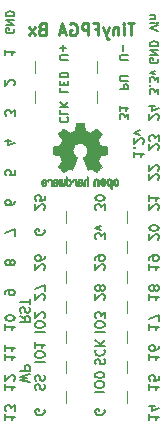
<source format=gbr>
G04 #@! TF.GenerationSoftware,KiCad,Pcbnew,5.1.0-060a0da~80~ubuntu18.04.1*
G04 #@! TF.CreationDate,2019-05-28T03:43:47+02:00*
G04 #@! TF.ProjectId,TinyFPGA-BX,54696e79-4650-4474-912d-42582e6b6963,rev?*
G04 #@! TF.SameCoordinates,Original*
G04 #@! TF.FileFunction,Legend,Bot*
G04 #@! TF.FilePolarity,Positive*
%FSLAX46Y46*%
G04 Gerber Fmt 4.6, Leading zero omitted, Abs format (unit mm)*
G04 Created by KiCad (PCBNEW 5.1.0-060a0da~80~ubuntu18.04.1) date 2019-05-28 03:43:47*
%MOMM*%
%LPD*%
G04 APERTURE LIST*
%ADD10C,0.200000*%
%ADD11C,0.175000*%
%ADD12C,0.250000*%
%ADD13C,0.120000*%
%ADD14C,0.010000*%
G04 APERTURE END LIST*
D10*
X152293095Y-129079100D02*
X153093095Y-129079100D01*
X153093095Y-128545766D02*
X153093095Y-128393385D01*
X153055000Y-128317195D01*
X152978809Y-128241004D01*
X152826428Y-128202909D01*
X152559761Y-128202909D01*
X152407380Y-128241004D01*
X152331190Y-128317195D01*
X152293095Y-128393385D01*
X152293095Y-128545766D01*
X152331190Y-128621957D01*
X152407380Y-128698147D01*
X152559761Y-128736242D01*
X152826428Y-128736242D01*
X152978809Y-128698147D01*
X153055000Y-128621957D01*
X153093095Y-128545766D01*
X153093095Y-127707671D02*
X153093095Y-127631480D01*
X153055000Y-127555290D01*
X153016904Y-127517195D01*
X152940714Y-127479100D01*
X152788333Y-127441004D01*
X152597857Y-127441004D01*
X152445476Y-127479100D01*
X152369285Y-127517195D01*
X152331190Y-127555290D01*
X152293095Y-127631480D01*
X152293095Y-127707671D01*
X152331190Y-127783861D01*
X152369285Y-127821957D01*
X152445476Y-127860052D01*
X152597857Y-127898147D01*
X152788333Y-127898147D01*
X152940714Y-127860052D01*
X153016904Y-127821957D01*
X153055000Y-127783861D01*
X153093095Y-127707671D01*
X147980000Y-115369576D02*
X148018095Y-115445766D01*
X148018095Y-115560052D01*
X147980000Y-115674338D01*
X147903809Y-115750528D01*
X147827619Y-115788623D01*
X147675238Y-115826719D01*
X147560952Y-115826719D01*
X147408571Y-115788623D01*
X147332380Y-115750528D01*
X147256190Y-115674338D01*
X147218095Y-115560052D01*
X147218095Y-115483861D01*
X147256190Y-115369576D01*
X147294285Y-115331480D01*
X147560952Y-115331480D01*
X147560952Y-115483861D01*
D11*
X155075333Y-105985766D02*
X155075333Y-105552433D01*
X154808666Y-105785766D01*
X154808666Y-105685766D01*
X154775333Y-105619100D01*
X154742000Y-105585766D01*
X154675333Y-105552433D01*
X154508666Y-105552433D01*
X154442000Y-105585766D01*
X154408666Y-105619100D01*
X154375333Y-105685766D01*
X154375333Y-105885766D01*
X154408666Y-105952433D01*
X154442000Y-105985766D01*
X154375333Y-104885766D02*
X154375333Y-105285766D01*
X154375333Y-105085766D02*
X155075333Y-105085766D01*
X154975333Y-105152433D01*
X154908666Y-105219100D01*
X154875333Y-105285766D01*
X149362000Y-105835766D02*
X149328666Y-105869100D01*
X149295333Y-105969100D01*
X149295333Y-106035766D01*
X149328666Y-106135766D01*
X149395333Y-106202433D01*
X149462000Y-106235766D01*
X149595333Y-106269100D01*
X149695333Y-106269100D01*
X149828666Y-106235766D01*
X149895333Y-106202433D01*
X149962000Y-106135766D01*
X149995333Y-106035766D01*
X149995333Y-105969100D01*
X149962000Y-105869100D01*
X149928666Y-105835766D01*
X149295333Y-105202433D02*
X149295333Y-105535766D01*
X149995333Y-105535766D01*
X149295333Y-104969100D02*
X149995333Y-104969100D01*
X149295333Y-104569100D02*
X149695333Y-104869100D01*
X149995333Y-104569100D02*
X149595333Y-104969100D01*
D10*
X155600095Y-108743576D02*
X155600095Y-109200719D01*
X155600095Y-108972147D02*
X156400095Y-108972147D01*
X156285809Y-109048338D01*
X156209619Y-109124528D01*
X156171523Y-109200719D01*
X155676285Y-108400719D02*
X155638190Y-108362623D01*
X155600095Y-108400719D01*
X155638190Y-108438814D01*
X155676285Y-108400719D01*
X155600095Y-108400719D01*
X156323904Y-108057861D02*
X156362000Y-108019766D01*
X156400095Y-107943576D01*
X156400095Y-107753100D01*
X156362000Y-107676909D01*
X156323904Y-107638814D01*
X156247714Y-107600719D01*
X156171523Y-107600719D01*
X156057238Y-107638814D01*
X155600095Y-108095957D01*
X155600095Y-107600719D01*
X156133428Y-107334052D02*
X155600095Y-107143576D01*
X156133428Y-106953100D01*
X145948095Y-122675480D02*
X146329047Y-122942147D01*
X145948095Y-123132623D02*
X146748095Y-123132623D01*
X146748095Y-122827861D01*
X146710000Y-122751671D01*
X146671904Y-122713576D01*
X146595714Y-122675480D01*
X146481428Y-122675480D01*
X146405238Y-122713576D01*
X146367142Y-122751671D01*
X146329047Y-122827861D01*
X146329047Y-123132623D01*
X145986190Y-122370719D02*
X145948095Y-122256433D01*
X145948095Y-122065957D01*
X145986190Y-121989766D01*
X146024285Y-121951671D01*
X146100476Y-121913576D01*
X146176666Y-121913576D01*
X146252857Y-121951671D01*
X146290952Y-121989766D01*
X146329047Y-122065957D01*
X146367142Y-122218338D01*
X146405238Y-122294528D01*
X146443333Y-122332623D01*
X146519523Y-122370719D01*
X146595714Y-122370719D01*
X146671904Y-122332623D01*
X146710000Y-122294528D01*
X146748095Y-122218338D01*
X146748095Y-122027861D01*
X146710000Y-121913576D01*
X146748095Y-121685004D02*
X146748095Y-121227861D01*
X145948095Y-121456433D02*
X146748095Y-121456433D01*
X146748095Y-128288814D02*
X145948095Y-128098338D01*
X146519523Y-127945957D01*
X145948095Y-127793576D01*
X146748095Y-127603100D01*
X145948095Y-127298338D02*
X146748095Y-127298338D01*
X146748095Y-126993576D01*
X146710000Y-126917385D01*
X146671904Y-126879290D01*
X146595714Y-126841195D01*
X146481428Y-126841195D01*
X146405238Y-126879290D01*
X146367142Y-126917385D01*
X146329047Y-126993576D01*
X146329047Y-127298338D01*
D12*
X155630000Y-97891380D02*
X155058571Y-97891380D01*
X155344285Y-98891380D02*
X155344285Y-97891380D01*
X154725238Y-98891380D02*
X154725238Y-98224714D01*
X154725238Y-97891380D02*
X154772857Y-97939000D01*
X154725238Y-97986619D01*
X154677619Y-97939000D01*
X154725238Y-97891380D01*
X154725238Y-97986619D01*
X154249047Y-98224714D02*
X154249047Y-98891380D01*
X154249047Y-98319952D02*
X154201428Y-98272333D01*
X154106190Y-98224714D01*
X153963333Y-98224714D01*
X153868095Y-98272333D01*
X153820476Y-98367571D01*
X153820476Y-98891380D01*
X153439523Y-98224714D02*
X153201428Y-98891380D01*
X152963333Y-98224714D02*
X153201428Y-98891380D01*
X153296666Y-99129476D01*
X153344285Y-99177095D01*
X153439523Y-99224714D01*
X152249047Y-98367571D02*
X152582380Y-98367571D01*
X152582380Y-98891380D02*
X152582380Y-97891380D01*
X152106190Y-97891380D01*
X151725238Y-98891380D02*
X151725238Y-97891380D01*
X151344285Y-97891380D01*
X151249047Y-97939000D01*
X151201428Y-97986619D01*
X151153809Y-98081857D01*
X151153809Y-98224714D01*
X151201428Y-98319952D01*
X151249047Y-98367571D01*
X151344285Y-98415190D01*
X151725238Y-98415190D01*
X150201428Y-97939000D02*
X150296666Y-97891380D01*
X150439523Y-97891380D01*
X150582380Y-97939000D01*
X150677619Y-98034238D01*
X150725238Y-98129476D01*
X150772857Y-98319952D01*
X150772857Y-98462809D01*
X150725238Y-98653285D01*
X150677619Y-98748523D01*
X150582380Y-98843761D01*
X150439523Y-98891380D01*
X150344285Y-98891380D01*
X150201428Y-98843761D01*
X150153809Y-98796142D01*
X150153809Y-98462809D01*
X150344285Y-98462809D01*
X149772857Y-98605666D02*
X149296666Y-98605666D01*
X149868095Y-98891380D02*
X149534761Y-97891380D01*
X149201428Y-98891380D01*
X147772857Y-98367571D02*
X147630000Y-98415190D01*
X147582380Y-98462809D01*
X147534761Y-98558047D01*
X147534761Y-98700904D01*
X147582380Y-98796142D01*
X147630000Y-98843761D01*
X147725238Y-98891380D01*
X148106190Y-98891380D01*
X148106190Y-97891380D01*
X147772857Y-97891380D01*
X147677619Y-97939000D01*
X147630000Y-97986619D01*
X147582380Y-98081857D01*
X147582380Y-98177095D01*
X147630000Y-98272333D01*
X147677619Y-98319952D01*
X147772857Y-98367571D01*
X148106190Y-98367571D01*
X147201428Y-98891380D02*
X146677619Y-98224714D01*
X147201428Y-98224714D02*
X146677619Y-98891380D01*
D11*
X154375333Y-103429100D02*
X155075333Y-103429100D01*
X155075333Y-103162433D01*
X155042000Y-103095766D01*
X155008666Y-103062433D01*
X154942000Y-103029100D01*
X154842000Y-103029100D01*
X154775333Y-103062433D01*
X154742000Y-103095766D01*
X154708666Y-103162433D01*
X154708666Y-103429100D01*
X155075333Y-102729100D02*
X154508666Y-102729100D01*
X154442000Y-102695766D01*
X154408666Y-102662433D01*
X154375333Y-102595766D01*
X154375333Y-102462433D01*
X154408666Y-102395766D01*
X154442000Y-102362433D01*
X154508666Y-102329100D01*
X155075333Y-102329100D01*
X155075333Y-100972433D02*
X154508666Y-100972433D01*
X154442000Y-100939100D01*
X154408666Y-100905766D01*
X154375333Y-100839100D01*
X154375333Y-100705766D01*
X154408666Y-100639100D01*
X154442000Y-100605766D01*
X154508666Y-100572433D01*
X155075333Y-100572433D01*
X154642000Y-100239100D02*
X154642000Y-99705766D01*
X149295333Y-103329100D02*
X149295333Y-103662433D01*
X149995333Y-103662433D01*
X149662000Y-103095766D02*
X149662000Y-102862433D01*
X149295333Y-102762433D02*
X149295333Y-103095766D01*
X149995333Y-103095766D01*
X149995333Y-102762433D01*
X149295333Y-102462433D02*
X149995333Y-102462433D01*
X149995333Y-102295766D01*
X149962000Y-102195766D01*
X149895333Y-102129100D01*
X149828666Y-102095766D01*
X149695333Y-102062433D01*
X149595333Y-102062433D01*
X149462000Y-102095766D01*
X149395333Y-102129100D01*
X149328666Y-102195766D01*
X149295333Y-102295766D01*
X149295333Y-102462433D01*
X149995333Y-100972433D02*
X149428666Y-100972433D01*
X149362000Y-100939100D01*
X149328666Y-100905766D01*
X149295333Y-100839100D01*
X149295333Y-100705766D01*
X149328666Y-100639100D01*
X149362000Y-100605766D01*
X149428666Y-100572433D01*
X149995333Y-100572433D01*
X149562000Y-100239100D02*
X149562000Y-99705766D01*
X149295333Y-99972433D02*
X149828666Y-99972433D01*
X145390000Y-98332433D02*
X145423333Y-98399100D01*
X145423333Y-98499100D01*
X145390000Y-98599100D01*
X145323333Y-98665766D01*
X145256666Y-98699100D01*
X145123333Y-98732433D01*
X145023333Y-98732433D01*
X144890000Y-98699100D01*
X144823333Y-98665766D01*
X144756666Y-98599100D01*
X144723333Y-98499100D01*
X144723333Y-98432433D01*
X144756666Y-98332433D01*
X144790000Y-98299100D01*
X145023333Y-98299100D01*
X145023333Y-98432433D01*
X144723333Y-97999100D02*
X145423333Y-97999100D01*
X144723333Y-97599100D01*
X145423333Y-97599100D01*
X144723333Y-97265766D02*
X145423333Y-97265766D01*
X145423333Y-97099100D01*
X145390000Y-96999100D01*
X145323333Y-96932433D01*
X145256666Y-96899100D01*
X145123333Y-96865766D01*
X145023333Y-96865766D01*
X144890000Y-96899100D01*
X144823333Y-96932433D01*
X144756666Y-96999100D01*
X144723333Y-97099100D01*
X144723333Y-97265766D01*
X157615333Y-98515766D02*
X156915333Y-98282433D01*
X157615333Y-98049100D01*
X156915333Y-97815766D02*
X157382000Y-97815766D01*
X157615333Y-97815766D02*
X157582000Y-97849100D01*
X157548666Y-97815766D01*
X157582000Y-97782433D01*
X157615333Y-97815766D01*
X157548666Y-97815766D01*
X157382000Y-97482433D02*
X156915333Y-97482433D01*
X157315333Y-97482433D02*
X157348666Y-97449100D01*
X157382000Y-97382433D01*
X157382000Y-97282433D01*
X157348666Y-97215766D01*
X157282000Y-97182433D01*
X156915333Y-97182433D01*
X157582000Y-100872433D02*
X157615333Y-100939100D01*
X157615333Y-101039100D01*
X157582000Y-101139100D01*
X157515333Y-101205766D01*
X157448666Y-101239100D01*
X157315333Y-101272433D01*
X157215333Y-101272433D01*
X157082000Y-101239100D01*
X157015333Y-101205766D01*
X156948666Y-101139100D01*
X156915333Y-101039100D01*
X156915333Y-100972433D01*
X156948666Y-100872433D01*
X156982000Y-100839100D01*
X157215333Y-100839100D01*
X157215333Y-100972433D01*
X156915333Y-100539100D02*
X157615333Y-100539100D01*
X156915333Y-100139100D01*
X157615333Y-100139100D01*
X156915333Y-99805766D02*
X157615333Y-99805766D01*
X157615333Y-99639100D01*
X157582000Y-99539100D01*
X157515333Y-99472433D01*
X157448666Y-99439100D01*
X157315333Y-99405766D01*
X157215333Y-99405766D01*
X157082000Y-99439100D01*
X157015333Y-99472433D01*
X156948666Y-99539100D01*
X156915333Y-99639100D01*
X156915333Y-99805766D01*
X157615333Y-103879100D02*
X157615333Y-103445766D01*
X157348666Y-103679100D01*
X157348666Y-103579100D01*
X157315333Y-103512433D01*
X157282000Y-103479100D01*
X157215333Y-103445766D01*
X157048666Y-103445766D01*
X156982000Y-103479100D01*
X156948666Y-103512433D01*
X156915333Y-103579100D01*
X156915333Y-103779100D01*
X156948666Y-103845766D01*
X156982000Y-103879100D01*
X156982000Y-103145766D02*
X156948666Y-103112433D01*
X156915333Y-103145766D01*
X156948666Y-103179100D01*
X156982000Y-103145766D01*
X156915333Y-103145766D01*
X157615333Y-102879100D02*
X157615333Y-102445766D01*
X157348666Y-102679100D01*
X157348666Y-102579100D01*
X157315333Y-102512433D01*
X157282000Y-102479100D01*
X157215333Y-102445766D01*
X157048666Y-102445766D01*
X156982000Y-102479100D01*
X156948666Y-102512433D01*
X156915333Y-102579100D01*
X156915333Y-102779100D01*
X156948666Y-102845766D01*
X156982000Y-102879100D01*
X157382000Y-102212433D02*
X156915333Y-102045766D01*
X157382000Y-101879100D01*
D10*
X153098095Y-113686719D02*
X153098095Y-113191480D01*
X152793333Y-113458147D01*
X152793333Y-113343861D01*
X152755238Y-113267671D01*
X152717142Y-113229576D01*
X152640952Y-113191480D01*
X152450476Y-113191480D01*
X152374285Y-113229576D01*
X152336190Y-113267671D01*
X152298095Y-113343861D01*
X152298095Y-113572433D01*
X152336190Y-113648623D01*
X152374285Y-113686719D01*
X153098095Y-112696242D02*
X153098095Y-112620052D01*
X153060000Y-112543861D01*
X153021904Y-112505766D01*
X152945714Y-112467671D01*
X152793333Y-112429576D01*
X152602857Y-112429576D01*
X152450476Y-112467671D01*
X152374285Y-112505766D01*
X152336190Y-112543861D01*
X152298095Y-112620052D01*
X152298095Y-112696242D01*
X152336190Y-112772433D01*
X152374285Y-112810528D01*
X152450476Y-112848623D01*
X152602857Y-112886719D01*
X152793333Y-112886719D01*
X152945714Y-112848623D01*
X153021904Y-112810528D01*
X153060000Y-112772433D01*
X153098095Y-112696242D01*
X153021904Y-118728623D02*
X153060000Y-118690528D01*
X153098095Y-118614338D01*
X153098095Y-118423861D01*
X153060000Y-118347671D01*
X153021904Y-118309576D01*
X152945714Y-118271480D01*
X152869523Y-118271480D01*
X152755238Y-118309576D01*
X152298095Y-118766719D01*
X152298095Y-118271480D01*
X152298095Y-117890528D02*
X152298095Y-117738147D01*
X152336190Y-117661957D01*
X152374285Y-117623861D01*
X152488571Y-117547671D01*
X152640952Y-117509576D01*
X152945714Y-117509576D01*
X153021904Y-117547671D01*
X153060000Y-117585766D01*
X153098095Y-117661957D01*
X153098095Y-117814338D01*
X153060000Y-117890528D01*
X153021904Y-117928623D01*
X152945714Y-117966719D01*
X152755238Y-117966719D01*
X152679047Y-117928623D01*
X152640952Y-117890528D01*
X152602857Y-117814338D01*
X152602857Y-117661957D01*
X152640952Y-117585766D01*
X152679047Y-117547671D01*
X152755238Y-117509576D01*
X153021904Y-121268623D02*
X153060000Y-121230528D01*
X153098095Y-121154338D01*
X153098095Y-120963861D01*
X153060000Y-120887671D01*
X153021904Y-120849576D01*
X152945714Y-120811480D01*
X152869523Y-120811480D01*
X152755238Y-120849576D01*
X152298095Y-121306719D01*
X152298095Y-120811480D01*
X152755238Y-120354338D02*
X152793333Y-120430528D01*
X152831428Y-120468623D01*
X152907619Y-120506719D01*
X152945714Y-120506719D01*
X153021904Y-120468623D01*
X153060000Y-120430528D01*
X153098095Y-120354338D01*
X153098095Y-120201957D01*
X153060000Y-120125766D01*
X153021904Y-120087671D01*
X152945714Y-120049576D01*
X152907619Y-120049576D01*
X152831428Y-120087671D01*
X152793333Y-120125766D01*
X152755238Y-120201957D01*
X152755238Y-120354338D01*
X152717142Y-120430528D01*
X152679047Y-120468623D01*
X152602857Y-120506719D01*
X152450476Y-120506719D01*
X152374285Y-120468623D01*
X152336190Y-120430528D01*
X152298095Y-120354338D01*
X152298095Y-120201957D01*
X152336190Y-120125766D01*
X152374285Y-120087671D01*
X152450476Y-120049576D01*
X152602857Y-120049576D01*
X152679047Y-120087671D01*
X152717142Y-120125766D01*
X152755238Y-120201957D01*
X152298095Y-123999100D02*
X153098095Y-123999100D01*
X153098095Y-123465766D02*
X153098095Y-123313385D01*
X153060000Y-123237195D01*
X152983809Y-123161004D01*
X152831428Y-123122909D01*
X152564761Y-123122909D01*
X152412380Y-123161004D01*
X152336190Y-123237195D01*
X152298095Y-123313385D01*
X152298095Y-123465766D01*
X152336190Y-123541957D01*
X152412380Y-123618147D01*
X152564761Y-123656242D01*
X152831428Y-123656242D01*
X152983809Y-123618147D01*
X153060000Y-123541957D01*
X153098095Y-123465766D01*
X153098095Y-122856242D02*
X153098095Y-122361004D01*
X152793333Y-122627671D01*
X152793333Y-122513385D01*
X152755238Y-122437195D01*
X152717142Y-122399100D01*
X152640952Y-122361004D01*
X152450476Y-122361004D01*
X152374285Y-122399100D01*
X152336190Y-122437195D01*
X152298095Y-122513385D01*
X152298095Y-122741957D01*
X152336190Y-122818147D01*
X152374285Y-122856242D01*
X152336190Y-126767671D02*
X152298095Y-126653385D01*
X152298095Y-126462909D01*
X152336190Y-126386719D01*
X152374285Y-126348623D01*
X152450476Y-126310528D01*
X152526666Y-126310528D01*
X152602857Y-126348623D01*
X152640952Y-126386719D01*
X152679047Y-126462909D01*
X152717142Y-126615290D01*
X152755238Y-126691480D01*
X152793333Y-126729576D01*
X152869523Y-126767671D01*
X152945714Y-126767671D01*
X153021904Y-126729576D01*
X153060000Y-126691480D01*
X153098095Y-126615290D01*
X153098095Y-126424814D01*
X153060000Y-126310528D01*
X152374285Y-125510528D02*
X152336190Y-125548623D01*
X152298095Y-125662909D01*
X152298095Y-125739100D01*
X152336190Y-125853385D01*
X152412380Y-125929576D01*
X152488571Y-125967671D01*
X152640952Y-126005766D01*
X152755238Y-126005766D01*
X152907619Y-125967671D01*
X152983809Y-125929576D01*
X153060000Y-125853385D01*
X153098095Y-125739100D01*
X153098095Y-125662909D01*
X153060000Y-125548623D01*
X153021904Y-125510528D01*
X152298095Y-125167671D02*
X153098095Y-125167671D01*
X152298095Y-124710528D02*
X152755238Y-125053385D01*
X153098095Y-124710528D02*
X152640952Y-125167671D01*
X153060000Y-130609576D02*
X153098095Y-130685766D01*
X153098095Y-130800052D01*
X153060000Y-130914338D01*
X152983809Y-130990528D01*
X152907619Y-131028623D01*
X152755238Y-131066719D01*
X152640952Y-131066719D01*
X152488571Y-131028623D01*
X152412380Y-130990528D01*
X152336190Y-130914338D01*
X152298095Y-130800052D01*
X152298095Y-130723861D01*
X152336190Y-130609576D01*
X152374285Y-130571480D01*
X152640952Y-130571480D01*
X152640952Y-130723861D01*
X147980000Y-130609576D02*
X148018095Y-130685766D01*
X148018095Y-130800052D01*
X147980000Y-130914338D01*
X147903809Y-130990528D01*
X147827619Y-131028623D01*
X147675238Y-131066719D01*
X147560952Y-131066719D01*
X147408571Y-131028623D01*
X147332380Y-130990528D01*
X147256190Y-130914338D01*
X147218095Y-130800052D01*
X147218095Y-130723861D01*
X147256190Y-130609576D01*
X147294285Y-130571480D01*
X147560952Y-130571480D01*
X147560952Y-130723861D01*
X153098095Y-116150528D02*
X153098095Y-115655290D01*
X152793333Y-115921957D01*
X152793333Y-115807671D01*
X152755238Y-115731480D01*
X152717142Y-115693385D01*
X152640952Y-115655290D01*
X152450476Y-115655290D01*
X152374285Y-115693385D01*
X152336190Y-115731480D01*
X152298095Y-115807671D01*
X152298095Y-116036242D01*
X152336190Y-116112433D01*
X152374285Y-116150528D01*
X152831428Y-115388623D02*
X152298095Y-115198147D01*
X152831428Y-115007671D01*
X147256190Y-128888623D02*
X147218095Y-128774338D01*
X147218095Y-128583861D01*
X147256190Y-128507671D01*
X147294285Y-128469576D01*
X147370476Y-128431480D01*
X147446666Y-128431480D01*
X147522857Y-128469576D01*
X147560952Y-128507671D01*
X147599047Y-128583861D01*
X147637142Y-128736242D01*
X147675238Y-128812433D01*
X147713333Y-128850528D01*
X147789523Y-128888623D01*
X147865714Y-128888623D01*
X147941904Y-128850528D01*
X147980000Y-128812433D01*
X148018095Y-128736242D01*
X148018095Y-128545766D01*
X147980000Y-128431480D01*
X147256190Y-128126719D02*
X147218095Y-128012433D01*
X147218095Y-127821957D01*
X147256190Y-127745766D01*
X147294285Y-127707671D01*
X147370476Y-127669576D01*
X147446666Y-127669576D01*
X147522857Y-127707671D01*
X147560952Y-127745766D01*
X147599047Y-127821957D01*
X147637142Y-127974338D01*
X147675238Y-128050528D01*
X147713333Y-128088623D01*
X147789523Y-128126719D01*
X147865714Y-128126719D01*
X147941904Y-128088623D01*
X147980000Y-128050528D01*
X148018095Y-127974338D01*
X148018095Y-127783861D01*
X147980000Y-127669576D01*
X147218095Y-126539100D02*
X148018095Y-126539100D01*
X148018095Y-126005766D02*
X148018095Y-125853385D01*
X147980000Y-125777195D01*
X147903809Y-125701004D01*
X147751428Y-125662909D01*
X147484761Y-125662909D01*
X147332380Y-125701004D01*
X147256190Y-125777195D01*
X147218095Y-125853385D01*
X147218095Y-126005766D01*
X147256190Y-126081957D01*
X147332380Y-126158147D01*
X147484761Y-126196242D01*
X147751428Y-126196242D01*
X147903809Y-126158147D01*
X147980000Y-126081957D01*
X148018095Y-126005766D01*
X147218095Y-124901004D02*
X147218095Y-125358147D01*
X147218095Y-125129576D02*
X148018095Y-125129576D01*
X147903809Y-125205766D01*
X147827619Y-125281957D01*
X147789523Y-125358147D01*
X147218095Y-123999100D02*
X148018095Y-123999100D01*
X148018095Y-123465766D02*
X148018095Y-123313385D01*
X147980000Y-123237195D01*
X147903809Y-123161004D01*
X147751428Y-123122909D01*
X147484761Y-123122909D01*
X147332380Y-123161004D01*
X147256190Y-123237195D01*
X147218095Y-123313385D01*
X147218095Y-123465766D01*
X147256190Y-123541957D01*
X147332380Y-123618147D01*
X147484761Y-123656242D01*
X147751428Y-123656242D01*
X147903809Y-123618147D01*
X147980000Y-123541957D01*
X148018095Y-123465766D01*
X147941904Y-122818147D02*
X147980000Y-122780052D01*
X148018095Y-122703861D01*
X148018095Y-122513385D01*
X147980000Y-122437195D01*
X147941904Y-122399100D01*
X147865714Y-122361004D01*
X147789523Y-122361004D01*
X147675238Y-122399100D01*
X147218095Y-122856242D01*
X147218095Y-122361004D01*
X147941904Y-121268623D02*
X147980000Y-121230528D01*
X148018095Y-121154338D01*
X148018095Y-120963861D01*
X147980000Y-120887671D01*
X147941904Y-120849576D01*
X147865714Y-120811480D01*
X147789523Y-120811480D01*
X147675238Y-120849576D01*
X147218095Y-121306719D01*
X147218095Y-120811480D01*
X148018095Y-120544814D02*
X148018095Y-120011480D01*
X147218095Y-120354338D01*
X147941904Y-118728623D02*
X147980000Y-118690528D01*
X148018095Y-118614338D01*
X148018095Y-118423861D01*
X147980000Y-118347671D01*
X147941904Y-118309576D01*
X147865714Y-118271480D01*
X147789523Y-118271480D01*
X147675238Y-118309576D01*
X147218095Y-118766719D01*
X147218095Y-118271480D01*
X148018095Y-117585766D02*
X148018095Y-117738147D01*
X147980000Y-117814338D01*
X147941904Y-117852433D01*
X147827619Y-117928623D01*
X147675238Y-117966719D01*
X147370476Y-117966719D01*
X147294285Y-117928623D01*
X147256190Y-117890528D01*
X147218095Y-117814338D01*
X147218095Y-117661957D01*
X147256190Y-117585766D01*
X147294285Y-117547671D01*
X147370476Y-117509576D01*
X147560952Y-117509576D01*
X147637142Y-117547671D01*
X147675238Y-117585766D01*
X147713333Y-117661957D01*
X147713333Y-117814338D01*
X147675238Y-117890528D01*
X147637142Y-117928623D01*
X147560952Y-117966719D01*
X147941904Y-113648623D02*
X147980000Y-113610528D01*
X148018095Y-113534338D01*
X148018095Y-113343861D01*
X147980000Y-113267671D01*
X147941904Y-113229576D01*
X147865714Y-113191480D01*
X147789523Y-113191480D01*
X147675238Y-113229576D01*
X147218095Y-113686719D01*
X147218095Y-113191480D01*
X148018095Y-112467671D02*
X148018095Y-112848623D01*
X147637142Y-112886719D01*
X147675238Y-112848623D01*
X147713333Y-112772433D01*
X147713333Y-112581957D01*
X147675238Y-112505766D01*
X147637142Y-112467671D01*
X147560952Y-112429576D01*
X147370476Y-112429576D01*
X147294285Y-112467671D01*
X147256190Y-112505766D01*
X147218095Y-112581957D01*
X147218095Y-112772433D01*
X147256190Y-112848623D01*
X147294285Y-112886719D01*
X144678095Y-100110528D02*
X144678095Y-100567671D01*
X144678095Y-100339100D02*
X145478095Y-100339100D01*
X145363809Y-100415290D01*
X145287619Y-100491480D01*
X145249523Y-100567671D01*
X145401904Y-103107671D02*
X145440000Y-103069576D01*
X145478095Y-102993385D01*
X145478095Y-102802909D01*
X145440000Y-102726719D01*
X145401904Y-102688623D01*
X145325714Y-102650528D01*
X145249523Y-102650528D01*
X145135238Y-102688623D01*
X144678095Y-103145766D01*
X144678095Y-102650528D01*
X145478095Y-105685766D02*
X145478095Y-105190528D01*
X145173333Y-105457195D01*
X145173333Y-105342909D01*
X145135238Y-105266719D01*
X145097142Y-105228623D01*
X145020952Y-105190528D01*
X144830476Y-105190528D01*
X144754285Y-105228623D01*
X144716190Y-105266719D01*
X144678095Y-105342909D01*
X144678095Y-105571480D01*
X144716190Y-105647671D01*
X144754285Y-105685766D01*
X145211428Y-107806719D02*
X144678095Y-107806719D01*
X145516190Y-107997195D02*
X144944761Y-108187671D01*
X144944761Y-107692433D01*
X145478095Y-110308623D02*
X145478095Y-110689576D01*
X145097142Y-110727671D01*
X145135238Y-110689576D01*
X145173333Y-110613385D01*
X145173333Y-110422909D01*
X145135238Y-110346719D01*
X145097142Y-110308623D01*
X145020952Y-110270528D01*
X144830476Y-110270528D01*
X144754285Y-110308623D01*
X144716190Y-110346719D01*
X144678095Y-110422909D01*
X144678095Y-110613385D01*
X144716190Y-110689576D01*
X144754285Y-110727671D01*
X145478095Y-112886719D02*
X145478095Y-113039100D01*
X145440000Y-113115290D01*
X145401904Y-113153385D01*
X145287619Y-113229576D01*
X145135238Y-113267671D01*
X144830476Y-113267671D01*
X144754285Y-113229576D01*
X144716190Y-113191480D01*
X144678095Y-113115290D01*
X144678095Y-112962909D01*
X144716190Y-112886719D01*
X144754285Y-112848623D01*
X144830476Y-112810528D01*
X145020952Y-112810528D01*
X145097142Y-112848623D01*
X145135238Y-112886719D01*
X145173333Y-112962909D01*
X145173333Y-113115290D01*
X145135238Y-113191480D01*
X145097142Y-113229576D01*
X145020952Y-113267671D01*
X145478095Y-115845766D02*
X145478095Y-115312433D01*
X144678095Y-115655290D01*
X145135238Y-118195290D02*
X145173333Y-118271480D01*
X145211428Y-118309576D01*
X145287619Y-118347671D01*
X145325714Y-118347671D01*
X145401904Y-118309576D01*
X145440000Y-118271480D01*
X145478095Y-118195290D01*
X145478095Y-118042909D01*
X145440000Y-117966719D01*
X145401904Y-117928623D01*
X145325714Y-117890528D01*
X145287619Y-117890528D01*
X145211428Y-117928623D01*
X145173333Y-117966719D01*
X145135238Y-118042909D01*
X145135238Y-118195290D01*
X145097142Y-118271480D01*
X145059047Y-118309576D01*
X144982857Y-118347671D01*
X144830476Y-118347671D01*
X144754285Y-118309576D01*
X144716190Y-118271480D01*
X144678095Y-118195290D01*
X144678095Y-118042909D01*
X144716190Y-117966719D01*
X144754285Y-117928623D01*
X144830476Y-117890528D01*
X144982857Y-117890528D01*
X145059047Y-117928623D01*
X145097142Y-117966719D01*
X145135238Y-118042909D01*
X144678095Y-120811480D02*
X144678095Y-120659100D01*
X144716190Y-120582909D01*
X144754285Y-120544814D01*
X144868571Y-120468623D01*
X145020952Y-120430528D01*
X145325714Y-120430528D01*
X145401904Y-120468623D01*
X145440000Y-120506719D01*
X145478095Y-120582909D01*
X145478095Y-120735290D01*
X145440000Y-120811480D01*
X145401904Y-120849576D01*
X145325714Y-120887671D01*
X145135238Y-120887671D01*
X145059047Y-120849576D01*
X145020952Y-120811480D01*
X144982857Y-120735290D01*
X144982857Y-120582909D01*
X145020952Y-120506719D01*
X145059047Y-120468623D01*
X145135238Y-120430528D01*
X144678095Y-123351480D02*
X144678095Y-123808623D01*
X144678095Y-123580052D02*
X145478095Y-123580052D01*
X145363809Y-123656242D01*
X145287619Y-123732433D01*
X145249523Y-123808623D01*
X145478095Y-122856242D02*
X145478095Y-122780052D01*
X145440000Y-122703861D01*
X145401904Y-122665766D01*
X145325714Y-122627671D01*
X145173333Y-122589576D01*
X144982857Y-122589576D01*
X144830476Y-122627671D01*
X144754285Y-122665766D01*
X144716190Y-122703861D01*
X144678095Y-122780052D01*
X144678095Y-122856242D01*
X144716190Y-122932433D01*
X144754285Y-122970528D01*
X144830476Y-123008623D01*
X144982857Y-123046719D01*
X145173333Y-123046719D01*
X145325714Y-123008623D01*
X145401904Y-122970528D01*
X145440000Y-122932433D01*
X145478095Y-122856242D01*
X144678095Y-125891480D02*
X144678095Y-126348623D01*
X144678095Y-126120052D02*
X145478095Y-126120052D01*
X145363809Y-126196242D01*
X145287619Y-126272433D01*
X145249523Y-126348623D01*
X144678095Y-125129576D02*
X144678095Y-125586719D01*
X144678095Y-125358147D02*
X145478095Y-125358147D01*
X145363809Y-125434338D01*
X145287619Y-125510528D01*
X145249523Y-125586719D01*
X144678095Y-128431480D02*
X144678095Y-128888623D01*
X144678095Y-128660052D02*
X145478095Y-128660052D01*
X145363809Y-128736242D01*
X145287619Y-128812433D01*
X145249523Y-128888623D01*
X145401904Y-128126719D02*
X145440000Y-128088623D01*
X145478095Y-128012433D01*
X145478095Y-127821957D01*
X145440000Y-127745766D01*
X145401904Y-127707671D01*
X145325714Y-127669576D01*
X145249523Y-127669576D01*
X145135238Y-127707671D01*
X144678095Y-128164814D01*
X144678095Y-127669576D01*
X144678095Y-130971480D02*
X144678095Y-131428623D01*
X144678095Y-131200052D02*
X145478095Y-131200052D01*
X145363809Y-131276242D01*
X145287619Y-131352433D01*
X145249523Y-131428623D01*
X145478095Y-130704814D02*
X145478095Y-130209576D01*
X145173333Y-130476242D01*
X145173333Y-130361957D01*
X145135238Y-130285766D01*
X145097142Y-130247671D01*
X145020952Y-130209576D01*
X144830476Y-130209576D01*
X144754285Y-130247671D01*
X144716190Y-130285766D01*
X144678095Y-130361957D01*
X144678095Y-130590528D01*
X144716190Y-130666719D01*
X144754285Y-130704814D01*
X157593904Y-106028623D02*
X157632000Y-105990528D01*
X157670095Y-105914338D01*
X157670095Y-105723861D01*
X157632000Y-105647671D01*
X157593904Y-105609576D01*
X157517714Y-105571480D01*
X157441523Y-105571480D01*
X157327238Y-105609576D01*
X156870095Y-106066719D01*
X156870095Y-105571480D01*
X157403428Y-104885766D02*
X156870095Y-104885766D01*
X157708190Y-105076242D02*
X157136761Y-105266719D01*
X157136761Y-104771480D01*
X157593904Y-108568623D02*
X157632000Y-108530528D01*
X157670095Y-108454338D01*
X157670095Y-108263861D01*
X157632000Y-108187671D01*
X157593904Y-108149576D01*
X157517714Y-108111480D01*
X157441523Y-108111480D01*
X157327238Y-108149576D01*
X156870095Y-108606719D01*
X156870095Y-108111480D01*
X157670095Y-107844814D02*
X157670095Y-107349576D01*
X157365333Y-107616242D01*
X157365333Y-107501957D01*
X157327238Y-107425766D01*
X157289142Y-107387671D01*
X157212952Y-107349576D01*
X157022476Y-107349576D01*
X156946285Y-107387671D01*
X156908190Y-107425766D01*
X156870095Y-107501957D01*
X156870095Y-107730528D01*
X156908190Y-107806719D01*
X156946285Y-107844814D01*
X157593904Y-111108623D02*
X157632000Y-111070528D01*
X157670095Y-110994338D01*
X157670095Y-110803861D01*
X157632000Y-110727671D01*
X157593904Y-110689576D01*
X157517714Y-110651480D01*
X157441523Y-110651480D01*
X157327238Y-110689576D01*
X156870095Y-111146719D01*
X156870095Y-110651480D01*
X157593904Y-110346719D02*
X157632000Y-110308623D01*
X157670095Y-110232433D01*
X157670095Y-110041957D01*
X157632000Y-109965766D01*
X157593904Y-109927671D01*
X157517714Y-109889576D01*
X157441523Y-109889576D01*
X157327238Y-109927671D01*
X156870095Y-110384814D01*
X156870095Y-109889576D01*
X157593904Y-113648623D02*
X157632000Y-113610528D01*
X157670095Y-113534338D01*
X157670095Y-113343861D01*
X157632000Y-113267671D01*
X157593904Y-113229576D01*
X157517714Y-113191480D01*
X157441523Y-113191480D01*
X157327238Y-113229576D01*
X156870095Y-113686719D01*
X156870095Y-113191480D01*
X156870095Y-112429576D02*
X156870095Y-112886719D01*
X156870095Y-112658147D02*
X157670095Y-112658147D01*
X157555809Y-112734338D01*
X157479619Y-112810528D01*
X157441523Y-112886719D01*
X157593904Y-116188623D02*
X157632000Y-116150528D01*
X157670095Y-116074338D01*
X157670095Y-115883861D01*
X157632000Y-115807671D01*
X157593904Y-115769576D01*
X157517714Y-115731480D01*
X157441523Y-115731480D01*
X157327238Y-115769576D01*
X156870095Y-116226719D01*
X156870095Y-115731480D01*
X157670095Y-115236242D02*
X157670095Y-115160052D01*
X157632000Y-115083861D01*
X157593904Y-115045766D01*
X157517714Y-115007671D01*
X157365333Y-114969576D01*
X157174857Y-114969576D01*
X157022476Y-115007671D01*
X156946285Y-115045766D01*
X156908190Y-115083861D01*
X156870095Y-115160052D01*
X156870095Y-115236242D01*
X156908190Y-115312433D01*
X156946285Y-115350528D01*
X157022476Y-115388623D01*
X157174857Y-115426719D01*
X157365333Y-115426719D01*
X157517714Y-115388623D01*
X157593904Y-115350528D01*
X157632000Y-115312433D01*
X157670095Y-115236242D01*
X156870095Y-118271480D02*
X156870095Y-118728623D01*
X156870095Y-118500052D02*
X157670095Y-118500052D01*
X157555809Y-118576242D01*
X157479619Y-118652433D01*
X157441523Y-118728623D01*
X156870095Y-117890528D02*
X156870095Y-117738147D01*
X156908190Y-117661957D01*
X156946285Y-117623861D01*
X157060571Y-117547671D01*
X157212952Y-117509576D01*
X157517714Y-117509576D01*
X157593904Y-117547671D01*
X157632000Y-117585766D01*
X157670095Y-117661957D01*
X157670095Y-117814338D01*
X157632000Y-117890528D01*
X157593904Y-117928623D01*
X157517714Y-117966719D01*
X157327238Y-117966719D01*
X157251047Y-117928623D01*
X157212952Y-117890528D01*
X157174857Y-117814338D01*
X157174857Y-117661957D01*
X157212952Y-117585766D01*
X157251047Y-117547671D01*
X157327238Y-117509576D01*
X156870095Y-120811480D02*
X156870095Y-121268623D01*
X156870095Y-121040052D02*
X157670095Y-121040052D01*
X157555809Y-121116242D01*
X157479619Y-121192433D01*
X157441523Y-121268623D01*
X157327238Y-120354338D02*
X157365333Y-120430528D01*
X157403428Y-120468623D01*
X157479619Y-120506719D01*
X157517714Y-120506719D01*
X157593904Y-120468623D01*
X157632000Y-120430528D01*
X157670095Y-120354338D01*
X157670095Y-120201957D01*
X157632000Y-120125766D01*
X157593904Y-120087671D01*
X157517714Y-120049576D01*
X157479619Y-120049576D01*
X157403428Y-120087671D01*
X157365333Y-120125766D01*
X157327238Y-120201957D01*
X157327238Y-120354338D01*
X157289142Y-120430528D01*
X157251047Y-120468623D01*
X157174857Y-120506719D01*
X157022476Y-120506719D01*
X156946285Y-120468623D01*
X156908190Y-120430528D01*
X156870095Y-120354338D01*
X156870095Y-120201957D01*
X156908190Y-120125766D01*
X156946285Y-120087671D01*
X157022476Y-120049576D01*
X157174857Y-120049576D01*
X157251047Y-120087671D01*
X157289142Y-120125766D01*
X157327238Y-120201957D01*
X156870095Y-123351480D02*
X156870095Y-123808623D01*
X156870095Y-123580052D02*
X157670095Y-123580052D01*
X157555809Y-123656242D01*
X157479619Y-123732433D01*
X157441523Y-123808623D01*
X157670095Y-123084814D02*
X157670095Y-122551480D01*
X156870095Y-122894338D01*
X156870095Y-125891480D02*
X156870095Y-126348623D01*
X156870095Y-126120052D02*
X157670095Y-126120052D01*
X157555809Y-126196242D01*
X157479619Y-126272433D01*
X157441523Y-126348623D01*
X157670095Y-125205766D02*
X157670095Y-125358147D01*
X157632000Y-125434338D01*
X157593904Y-125472433D01*
X157479619Y-125548623D01*
X157327238Y-125586719D01*
X157022476Y-125586719D01*
X156946285Y-125548623D01*
X156908190Y-125510528D01*
X156870095Y-125434338D01*
X156870095Y-125281957D01*
X156908190Y-125205766D01*
X156946285Y-125167671D01*
X157022476Y-125129576D01*
X157212952Y-125129576D01*
X157289142Y-125167671D01*
X157327238Y-125205766D01*
X157365333Y-125281957D01*
X157365333Y-125434338D01*
X157327238Y-125510528D01*
X157289142Y-125548623D01*
X157212952Y-125586719D01*
X156870095Y-128431480D02*
X156870095Y-128888623D01*
X156870095Y-128660052D02*
X157670095Y-128660052D01*
X157555809Y-128736242D01*
X157479619Y-128812433D01*
X157441523Y-128888623D01*
X157670095Y-127707671D02*
X157670095Y-128088623D01*
X157289142Y-128126719D01*
X157327238Y-128088623D01*
X157365333Y-128012433D01*
X157365333Y-127821957D01*
X157327238Y-127745766D01*
X157289142Y-127707671D01*
X157212952Y-127669576D01*
X157022476Y-127669576D01*
X156946285Y-127707671D01*
X156908190Y-127745766D01*
X156870095Y-127821957D01*
X156870095Y-128012433D01*
X156908190Y-128088623D01*
X156946285Y-128126719D01*
X156870095Y-130971480D02*
X156870095Y-131428623D01*
X156870095Y-131200052D02*
X157670095Y-131200052D01*
X157555809Y-131276242D01*
X157479619Y-131352433D01*
X157441523Y-131428623D01*
X157403428Y-130285766D02*
X156870095Y-130285766D01*
X157708190Y-130476242D02*
X157136761Y-130666719D01*
X157136761Y-130171480D01*
D13*
X155031000Y-113799100D02*
X155031000Y-114819100D01*
X149831000Y-113799100D02*
X149831000Y-114819100D01*
X155031000Y-116339100D02*
X155031000Y-117359100D01*
X149831000Y-116339100D02*
X149831000Y-117359100D01*
X155031000Y-118879100D02*
X155031000Y-119899100D01*
X149831000Y-118879100D02*
X149831000Y-119899100D01*
X155031000Y-121419100D02*
X155031000Y-122439100D01*
X149831000Y-121419100D02*
X149831000Y-122439100D01*
X155031000Y-123959100D02*
X155031000Y-124979100D01*
X149831000Y-123959100D02*
X149831000Y-124979100D01*
X155031000Y-126499100D02*
X155031000Y-127519100D01*
X149831000Y-126499100D02*
X149831000Y-127519100D01*
X155031000Y-129039100D02*
X155031000Y-130059100D01*
X149831000Y-129039100D02*
X149831000Y-130059100D01*
X147251000Y-104659100D02*
X147251000Y-103639100D01*
X152451000Y-104659100D02*
X152451000Y-103639100D01*
X147251000Y-102119100D02*
X147251000Y-101099100D01*
X152451000Y-102119100D02*
X152451000Y-101099100D01*
D14*
G36*
X153409256Y-111022018D02*
G01*
X153353799Y-111049668D01*
X153304852Y-111100580D01*
X153291371Y-111119438D01*
X153276686Y-111144115D01*
X153267158Y-111170916D01*
X153261707Y-111206687D01*
X153259253Y-111258269D01*
X153258714Y-111326367D01*
X153261148Y-111419688D01*
X153269606Y-111489757D01*
X153285826Y-111542031D01*
X153311546Y-111581969D01*
X153348503Y-111615029D01*
X153351218Y-111616986D01*
X153387640Y-111637008D01*
X153431498Y-111646915D01*
X153487276Y-111649357D01*
X153577952Y-111649357D01*
X153577990Y-111737383D01*
X153578834Y-111786408D01*
X153583976Y-111815165D01*
X153597413Y-111832411D01*
X153623142Y-111846908D01*
X153629321Y-111849869D01*
X153658236Y-111863748D01*
X153680624Y-111872514D01*
X153697271Y-111873271D01*
X153708964Y-111863123D01*
X153716490Y-111839173D01*
X153720634Y-111798526D01*
X153722185Y-111738286D01*
X153721929Y-111655555D01*
X153720651Y-111547439D01*
X153720252Y-111515100D01*
X153718815Y-111403624D01*
X153717528Y-111330703D01*
X153578029Y-111330703D01*
X153577245Y-111392599D01*
X153573760Y-111433097D01*
X153565876Y-111459808D01*
X153551895Y-111480344D01*
X153542403Y-111490360D01*
X153503596Y-111519667D01*
X153469237Y-111522052D01*
X153433784Y-111497850D01*
X153432886Y-111496957D01*
X153418461Y-111478253D01*
X153409687Y-111452832D01*
X153405261Y-111413684D01*
X153403882Y-111353797D01*
X153403857Y-111340530D01*
X153407188Y-111258001D01*
X153418031Y-111200791D01*
X153437660Y-111165866D01*
X153467350Y-111150194D01*
X153484509Y-111148614D01*
X153525234Y-111156026D01*
X153553168Y-111180430D01*
X153569983Y-111225080D01*
X153577350Y-111293230D01*
X153578029Y-111330703D01*
X153717528Y-111330703D01*
X153717292Y-111317345D01*
X153715323Y-111252433D01*
X153712550Y-111205058D01*
X153708612Y-111171390D01*
X153703151Y-111147598D01*
X153695808Y-111129853D01*
X153686223Y-111114324D01*
X153682113Y-111108481D01*
X153627595Y-111053285D01*
X153558664Y-111021990D01*
X153478928Y-111013265D01*
X153409256Y-111022018D01*
X153409256Y-111022018D01*
G37*
X153409256Y-111022018D02*
X153353799Y-111049668D01*
X153304852Y-111100580D01*
X153291371Y-111119438D01*
X153276686Y-111144115D01*
X153267158Y-111170916D01*
X153261707Y-111206687D01*
X153259253Y-111258269D01*
X153258714Y-111326367D01*
X153261148Y-111419688D01*
X153269606Y-111489757D01*
X153285826Y-111542031D01*
X153311546Y-111581969D01*
X153348503Y-111615029D01*
X153351218Y-111616986D01*
X153387640Y-111637008D01*
X153431498Y-111646915D01*
X153487276Y-111649357D01*
X153577952Y-111649357D01*
X153577990Y-111737383D01*
X153578834Y-111786408D01*
X153583976Y-111815165D01*
X153597413Y-111832411D01*
X153623142Y-111846908D01*
X153629321Y-111849869D01*
X153658236Y-111863748D01*
X153680624Y-111872514D01*
X153697271Y-111873271D01*
X153708964Y-111863123D01*
X153716490Y-111839173D01*
X153720634Y-111798526D01*
X153722185Y-111738286D01*
X153721929Y-111655555D01*
X153720651Y-111547439D01*
X153720252Y-111515100D01*
X153718815Y-111403624D01*
X153717528Y-111330703D01*
X153578029Y-111330703D01*
X153577245Y-111392599D01*
X153573760Y-111433097D01*
X153565876Y-111459808D01*
X153551895Y-111480344D01*
X153542403Y-111490360D01*
X153503596Y-111519667D01*
X153469237Y-111522052D01*
X153433784Y-111497850D01*
X153432886Y-111496957D01*
X153418461Y-111478253D01*
X153409687Y-111452832D01*
X153405261Y-111413684D01*
X153403882Y-111353797D01*
X153403857Y-111340530D01*
X153407188Y-111258001D01*
X153418031Y-111200791D01*
X153437660Y-111165866D01*
X153467350Y-111150194D01*
X153484509Y-111148614D01*
X153525234Y-111156026D01*
X153553168Y-111180430D01*
X153569983Y-111225080D01*
X153577350Y-111293230D01*
X153578029Y-111330703D01*
X153717528Y-111330703D01*
X153717292Y-111317345D01*
X153715323Y-111252433D01*
X153712550Y-111205058D01*
X153708612Y-111171390D01*
X153703151Y-111147598D01*
X153695808Y-111129853D01*
X153686223Y-111114324D01*
X153682113Y-111108481D01*
X153627595Y-111053285D01*
X153558664Y-111021990D01*
X153478928Y-111013265D01*
X153409256Y-111022018D01*
G36*
X152292907Y-111029880D02*
G01*
X152246328Y-111056823D01*
X152213943Y-111083566D01*
X152190258Y-111111584D01*
X152173941Y-111145848D01*
X152163661Y-111191327D01*
X152158086Y-111252992D01*
X152155884Y-111335811D01*
X152155629Y-111395346D01*
X152155629Y-111614491D01*
X152217314Y-111642144D01*
X152279000Y-111669797D01*
X152286257Y-111429770D01*
X152289256Y-111340128D01*
X152292402Y-111275062D01*
X152296299Y-111230126D01*
X152301553Y-111200870D01*
X152308769Y-111182848D01*
X152318550Y-111171611D01*
X152321688Y-111169179D01*
X152369239Y-111150183D01*
X152417303Y-111157700D01*
X152445914Y-111177643D01*
X152457553Y-111191775D01*
X152465609Y-111210320D01*
X152470729Y-111238434D01*
X152473559Y-111281273D01*
X152474744Y-111343995D01*
X152474943Y-111409361D01*
X152474982Y-111491368D01*
X152476386Y-111549416D01*
X152481086Y-111588565D01*
X152491013Y-111613880D01*
X152508097Y-111630423D01*
X152534268Y-111643256D01*
X152569225Y-111656591D01*
X152607404Y-111671107D01*
X152602859Y-111413489D01*
X152601029Y-111320619D01*
X152598888Y-111251989D01*
X152595819Y-111202811D01*
X152591206Y-111168298D01*
X152584432Y-111143662D01*
X152574881Y-111124116D01*
X152563366Y-111106870D01*
X152507810Y-111051780D01*
X152440020Y-111019922D01*
X152366287Y-111012291D01*
X152292907Y-111029880D01*
X152292907Y-111029880D01*
G37*
X152292907Y-111029880D02*
X152246328Y-111056823D01*
X152213943Y-111083566D01*
X152190258Y-111111584D01*
X152173941Y-111145848D01*
X152163661Y-111191327D01*
X152158086Y-111252992D01*
X152155884Y-111335811D01*
X152155629Y-111395346D01*
X152155629Y-111614491D01*
X152217314Y-111642144D01*
X152279000Y-111669797D01*
X152286257Y-111429770D01*
X152289256Y-111340128D01*
X152292402Y-111275062D01*
X152296299Y-111230126D01*
X152301553Y-111200870D01*
X152308769Y-111182848D01*
X152318550Y-111171611D01*
X152321688Y-111169179D01*
X152369239Y-111150183D01*
X152417303Y-111157700D01*
X152445914Y-111177643D01*
X152457553Y-111191775D01*
X152465609Y-111210320D01*
X152470729Y-111238434D01*
X152473559Y-111281273D01*
X152474744Y-111343995D01*
X152474943Y-111409361D01*
X152474982Y-111491368D01*
X152476386Y-111549416D01*
X152481086Y-111588565D01*
X152491013Y-111613880D01*
X152508097Y-111630423D01*
X152534268Y-111643256D01*
X152569225Y-111656591D01*
X152607404Y-111671107D01*
X152602859Y-111413489D01*
X152601029Y-111320619D01*
X152598888Y-111251989D01*
X152595819Y-111202811D01*
X152591206Y-111168298D01*
X152584432Y-111143662D01*
X152574881Y-111124116D01*
X152563366Y-111106870D01*
X152507810Y-111051780D01*
X152440020Y-111019922D01*
X152366287Y-111012291D01*
X152292907Y-111029880D01*
G36*
X153967885Y-111024062D02*
G01*
X153899855Y-111059833D01*
X153849649Y-111117401D01*
X153831815Y-111154412D01*
X153817937Y-111209982D01*
X153810833Y-111280196D01*
X153810160Y-111356827D01*
X153815573Y-111431652D01*
X153826730Y-111496442D01*
X153843286Y-111542973D01*
X153848374Y-111550987D01*
X153908645Y-111610807D01*
X153980231Y-111646635D01*
X154057908Y-111657120D01*
X154136452Y-111640910D01*
X154158311Y-111631192D01*
X154200878Y-111601243D01*
X154238237Y-111561533D01*
X154241768Y-111556497D01*
X154256119Y-111532224D01*
X154265606Y-111506278D01*
X154271210Y-111472122D01*
X154273914Y-111423219D01*
X154274701Y-111353035D01*
X154274714Y-111337300D01*
X154274678Y-111332292D01*
X154129571Y-111332292D01*
X154128727Y-111398530D01*
X154125404Y-111442486D01*
X154118417Y-111470879D01*
X154106584Y-111490425D01*
X154100543Y-111496957D01*
X154065814Y-111521780D01*
X154032097Y-111520648D01*
X153998005Y-111499116D01*
X153977671Y-111476129D01*
X153965629Y-111442578D01*
X153958866Y-111389669D01*
X153958402Y-111383499D01*
X153957248Y-111287613D01*
X153969312Y-111216399D01*
X153994430Y-111170294D01*
X154032440Y-111149735D01*
X154046008Y-111148614D01*
X154081636Y-111154252D01*
X154106006Y-111173786D01*
X154120907Y-111211142D01*
X154128125Y-111270250D01*
X154129571Y-111332292D01*
X154274678Y-111332292D01*
X154274174Y-111262513D01*
X154271904Y-111210259D01*
X154266932Y-111174049D01*
X154258287Y-111147399D01*
X154244995Y-111123822D01*
X154242057Y-111119438D01*
X154192687Y-111060349D01*
X154138891Y-111026047D01*
X154073398Y-111012431D01*
X154051158Y-111011765D01*
X153967885Y-111024062D01*
X153967885Y-111024062D01*
G37*
X153967885Y-111024062D02*
X153899855Y-111059833D01*
X153849649Y-111117401D01*
X153831815Y-111154412D01*
X153817937Y-111209982D01*
X153810833Y-111280196D01*
X153810160Y-111356827D01*
X153815573Y-111431652D01*
X153826730Y-111496442D01*
X153843286Y-111542973D01*
X153848374Y-111550987D01*
X153908645Y-111610807D01*
X153980231Y-111646635D01*
X154057908Y-111657120D01*
X154136452Y-111640910D01*
X154158311Y-111631192D01*
X154200878Y-111601243D01*
X154238237Y-111561533D01*
X154241768Y-111556497D01*
X154256119Y-111532224D01*
X154265606Y-111506278D01*
X154271210Y-111472122D01*
X154273914Y-111423219D01*
X154274701Y-111353035D01*
X154274714Y-111337300D01*
X154274678Y-111332292D01*
X154129571Y-111332292D01*
X154128727Y-111398530D01*
X154125404Y-111442486D01*
X154118417Y-111470879D01*
X154106584Y-111490425D01*
X154100543Y-111496957D01*
X154065814Y-111521780D01*
X154032097Y-111520648D01*
X153998005Y-111499116D01*
X153977671Y-111476129D01*
X153965629Y-111442578D01*
X153958866Y-111389669D01*
X153958402Y-111383499D01*
X153957248Y-111287613D01*
X153969312Y-111216399D01*
X153994430Y-111170294D01*
X154032440Y-111149735D01*
X154046008Y-111148614D01*
X154081636Y-111154252D01*
X154106006Y-111173786D01*
X154120907Y-111211142D01*
X154128125Y-111270250D01*
X154129571Y-111332292D01*
X154274678Y-111332292D01*
X154274174Y-111262513D01*
X154271904Y-111210259D01*
X154266932Y-111174049D01*
X154258287Y-111147399D01*
X154244995Y-111123822D01*
X154242057Y-111119438D01*
X154192687Y-111060349D01*
X154138891Y-111026047D01*
X154073398Y-111012431D01*
X154051158Y-111011765D01*
X153967885Y-111024062D01*
G36*
X152840697Y-111033339D02*
G01*
X152783473Y-111071835D01*
X152739251Y-111127435D01*
X152712833Y-111198186D01*
X152707490Y-111250262D01*
X152708097Y-111271993D01*
X152713178Y-111288631D01*
X152727145Y-111303537D01*
X152754411Y-111320073D01*
X152799388Y-111341598D01*
X152866489Y-111371474D01*
X152866829Y-111371624D01*
X152928593Y-111399913D01*
X152979241Y-111425033D01*
X153013596Y-111444279D01*
X153026482Y-111454948D01*
X153026486Y-111455034D01*
X153015128Y-111478266D01*
X152988569Y-111503874D01*
X152958077Y-111522321D01*
X152942630Y-111525986D01*
X152900485Y-111513312D01*
X152864192Y-111481571D01*
X152846483Y-111446672D01*
X152829448Y-111420945D01*
X152796078Y-111391646D01*
X152756851Y-111366335D01*
X152722244Y-111352571D01*
X152715007Y-111351814D01*
X152706861Y-111364260D01*
X152706370Y-111396072D01*
X152712357Y-111438966D01*
X152723643Y-111484658D01*
X152739050Y-111524861D01*
X152739829Y-111526422D01*
X152786196Y-111591162D01*
X152846289Y-111635197D01*
X152914535Y-111656811D01*
X152985362Y-111654285D01*
X153053196Y-111625904D01*
X153056212Y-111623908D01*
X153109573Y-111575548D01*
X153144660Y-111512452D01*
X153164078Y-111429487D01*
X153166684Y-111406178D01*
X153171299Y-111296155D01*
X153165767Y-111244848D01*
X153026486Y-111244848D01*
X153024676Y-111276853D01*
X153014778Y-111286193D01*
X152990102Y-111279205D01*
X152951205Y-111262687D01*
X152907725Y-111241981D01*
X152906644Y-111241433D01*
X152869791Y-111222049D01*
X152855000Y-111209113D01*
X152858647Y-111195551D01*
X152874005Y-111177732D01*
X152913077Y-111151945D01*
X152955154Y-111150050D01*
X152992897Y-111168817D01*
X153018966Y-111205015D01*
X153026486Y-111244848D01*
X153165767Y-111244848D01*
X153161806Y-111208127D01*
X153137450Y-111138312D01*
X153103544Y-111089402D01*
X153042347Y-111039978D01*
X152974937Y-111015459D01*
X152906120Y-111013897D01*
X152840697Y-111033339D01*
X152840697Y-111033339D01*
G37*
X152840697Y-111033339D02*
X152783473Y-111071835D01*
X152739251Y-111127435D01*
X152712833Y-111198186D01*
X152707490Y-111250262D01*
X152708097Y-111271993D01*
X152713178Y-111288631D01*
X152727145Y-111303537D01*
X152754411Y-111320073D01*
X152799388Y-111341598D01*
X152866489Y-111371474D01*
X152866829Y-111371624D01*
X152928593Y-111399913D01*
X152979241Y-111425033D01*
X153013596Y-111444279D01*
X153026482Y-111454948D01*
X153026486Y-111455034D01*
X153015128Y-111478266D01*
X152988569Y-111503874D01*
X152958077Y-111522321D01*
X152942630Y-111525986D01*
X152900485Y-111513312D01*
X152864192Y-111481571D01*
X152846483Y-111446672D01*
X152829448Y-111420945D01*
X152796078Y-111391646D01*
X152756851Y-111366335D01*
X152722244Y-111352571D01*
X152715007Y-111351814D01*
X152706861Y-111364260D01*
X152706370Y-111396072D01*
X152712357Y-111438966D01*
X152723643Y-111484658D01*
X152739050Y-111524861D01*
X152739829Y-111526422D01*
X152786196Y-111591162D01*
X152846289Y-111635197D01*
X152914535Y-111656811D01*
X152985362Y-111654285D01*
X153053196Y-111625904D01*
X153056212Y-111623908D01*
X153109573Y-111575548D01*
X153144660Y-111512452D01*
X153164078Y-111429487D01*
X153166684Y-111406178D01*
X153171299Y-111296155D01*
X153165767Y-111244848D01*
X153026486Y-111244848D01*
X153024676Y-111276853D01*
X153014778Y-111286193D01*
X152990102Y-111279205D01*
X152951205Y-111262687D01*
X152907725Y-111241981D01*
X152906644Y-111241433D01*
X152869791Y-111222049D01*
X152855000Y-111209113D01*
X152858647Y-111195551D01*
X152874005Y-111177732D01*
X152913077Y-111151945D01*
X152955154Y-111150050D01*
X152992897Y-111168817D01*
X153018966Y-111205015D01*
X153026486Y-111244848D01*
X153165767Y-111244848D01*
X153161806Y-111208127D01*
X153137450Y-111138312D01*
X153103544Y-111089402D01*
X153042347Y-111039978D01*
X152974937Y-111015459D01*
X152906120Y-111013897D01*
X152840697Y-111033339D01*
G36*
X151633114Y-110953389D02*
G01*
X151628861Y-111012713D01*
X151623975Y-111047672D01*
X151617205Y-111062920D01*
X151607298Y-111063115D01*
X151604086Y-111061295D01*
X151561356Y-111048115D01*
X151505773Y-111048885D01*
X151449263Y-111062433D01*
X151413918Y-111079961D01*
X151377679Y-111107961D01*
X151351187Y-111139649D01*
X151333001Y-111179913D01*
X151321678Y-111233643D01*
X151315778Y-111305726D01*
X151313857Y-111401051D01*
X151313823Y-111419337D01*
X151313800Y-111624746D01*
X151359509Y-111640680D01*
X151391973Y-111651520D01*
X151409785Y-111656568D01*
X151410309Y-111656614D01*
X151412063Y-111642928D01*
X151413556Y-111605176D01*
X151414674Y-111548324D01*
X151415303Y-111477334D01*
X151415400Y-111434173D01*
X151415602Y-111349073D01*
X151416642Y-111288081D01*
X151419169Y-111246277D01*
X151423836Y-111218742D01*
X151431293Y-111200556D01*
X151442189Y-111186798D01*
X151448993Y-111180173D01*
X151495728Y-111153475D01*
X151546728Y-111151475D01*
X151592999Y-111174055D01*
X151601556Y-111182207D01*
X151614107Y-111197536D01*
X151622812Y-111215718D01*
X151628369Y-111242009D01*
X151631474Y-111281662D01*
X151632824Y-111339932D01*
X151633114Y-111420273D01*
X151633114Y-111624746D01*
X151678823Y-111640680D01*
X151711287Y-111651520D01*
X151729099Y-111656568D01*
X151729623Y-111656614D01*
X151730963Y-111642723D01*
X151732172Y-111603539D01*
X151733199Y-111542800D01*
X151733998Y-111464241D01*
X151734519Y-111371598D01*
X151734714Y-111268609D01*
X151734714Y-110871442D01*
X151687543Y-110851544D01*
X151640371Y-110831647D01*
X151633114Y-110953389D01*
X151633114Y-110953389D01*
G37*
X151633114Y-110953389D02*
X151628861Y-111012713D01*
X151623975Y-111047672D01*
X151617205Y-111062920D01*
X151607298Y-111063115D01*
X151604086Y-111061295D01*
X151561356Y-111048115D01*
X151505773Y-111048885D01*
X151449263Y-111062433D01*
X151413918Y-111079961D01*
X151377679Y-111107961D01*
X151351187Y-111139649D01*
X151333001Y-111179913D01*
X151321678Y-111233643D01*
X151315778Y-111305726D01*
X151313857Y-111401051D01*
X151313823Y-111419337D01*
X151313800Y-111624746D01*
X151359509Y-111640680D01*
X151391973Y-111651520D01*
X151409785Y-111656568D01*
X151410309Y-111656614D01*
X151412063Y-111642928D01*
X151413556Y-111605176D01*
X151414674Y-111548324D01*
X151415303Y-111477334D01*
X151415400Y-111434173D01*
X151415602Y-111349073D01*
X151416642Y-111288081D01*
X151419169Y-111246277D01*
X151423836Y-111218742D01*
X151431293Y-111200556D01*
X151442189Y-111186798D01*
X151448993Y-111180173D01*
X151495728Y-111153475D01*
X151546728Y-111151475D01*
X151592999Y-111174055D01*
X151601556Y-111182207D01*
X151614107Y-111197536D01*
X151622812Y-111215718D01*
X151628369Y-111242009D01*
X151631474Y-111281662D01*
X151632824Y-111339932D01*
X151633114Y-111420273D01*
X151633114Y-111624746D01*
X151678823Y-111640680D01*
X151711287Y-111651520D01*
X151729099Y-111656568D01*
X151729623Y-111656614D01*
X151730963Y-111642723D01*
X151732172Y-111603539D01*
X151733199Y-111542800D01*
X151733998Y-111464241D01*
X151734519Y-111371598D01*
X151734714Y-111268609D01*
X151734714Y-110871442D01*
X151687543Y-110851544D01*
X151640371Y-110831647D01*
X151633114Y-110953389D01*
G36*
X150969256Y-111053068D02*
G01*
X150912384Y-111074187D01*
X150911733Y-111074593D01*
X150876560Y-111100480D01*
X150850593Y-111130733D01*
X150832330Y-111170158D01*
X150820268Y-111223562D01*
X150812904Y-111295751D01*
X150808736Y-111391532D01*
X150808371Y-111405178D01*
X150803124Y-111610942D01*
X150847284Y-111633778D01*
X150879237Y-111649210D01*
X150898530Y-111656523D01*
X150899422Y-111656614D01*
X150902761Y-111643122D01*
X150905413Y-111606726D01*
X150907044Y-111553552D01*
X150907400Y-111510493D01*
X150907408Y-111440741D01*
X150910597Y-111396937D01*
X150921712Y-111376044D01*
X150945499Y-111375025D01*
X150986704Y-111390841D01*
X151048914Y-111419915D01*
X151094659Y-111444063D01*
X151118187Y-111465013D01*
X151125104Y-111487847D01*
X151125114Y-111488977D01*
X151113701Y-111528312D01*
X151079908Y-111549562D01*
X151028191Y-111552639D01*
X150990939Y-111552106D01*
X150971297Y-111562835D01*
X150959048Y-111588605D01*
X150951998Y-111621437D01*
X150962158Y-111640066D01*
X150965983Y-111642732D01*
X151001999Y-111653440D01*
X151052434Y-111654956D01*
X151104374Y-111647859D01*
X151141178Y-111634888D01*
X151192062Y-111591685D01*
X151220986Y-111531546D01*
X151226714Y-111484562D01*
X151222343Y-111442182D01*
X151206525Y-111407588D01*
X151175203Y-111376863D01*
X151124322Y-111346090D01*
X151049824Y-111311352D01*
X151045286Y-111309388D01*
X150978179Y-111278387D01*
X150936768Y-111252962D01*
X150919019Y-111230114D01*
X150922893Y-111206845D01*
X150946357Y-111180156D01*
X150953373Y-111174014D01*
X151000370Y-111150200D01*
X151049067Y-111151203D01*
X151091478Y-111174551D01*
X151119616Y-111217775D01*
X151122231Y-111226260D01*
X151147692Y-111267408D01*
X151179999Y-111287228D01*
X151226714Y-111306870D01*
X151226714Y-111256050D01*
X151212504Y-111182182D01*
X151170325Y-111114427D01*
X151148376Y-111091761D01*
X151098483Y-111062669D01*
X151035033Y-111049500D01*
X150969256Y-111053068D01*
X150969256Y-111053068D01*
G37*
X150969256Y-111053068D02*
X150912384Y-111074187D01*
X150911733Y-111074593D01*
X150876560Y-111100480D01*
X150850593Y-111130733D01*
X150832330Y-111170158D01*
X150820268Y-111223562D01*
X150812904Y-111295751D01*
X150808736Y-111391532D01*
X150808371Y-111405178D01*
X150803124Y-111610942D01*
X150847284Y-111633778D01*
X150879237Y-111649210D01*
X150898530Y-111656523D01*
X150899422Y-111656614D01*
X150902761Y-111643122D01*
X150905413Y-111606726D01*
X150907044Y-111553552D01*
X150907400Y-111510493D01*
X150907408Y-111440741D01*
X150910597Y-111396937D01*
X150921712Y-111376044D01*
X150945499Y-111375025D01*
X150986704Y-111390841D01*
X151048914Y-111419915D01*
X151094659Y-111444063D01*
X151118187Y-111465013D01*
X151125104Y-111487847D01*
X151125114Y-111488977D01*
X151113701Y-111528312D01*
X151079908Y-111549562D01*
X151028191Y-111552639D01*
X150990939Y-111552106D01*
X150971297Y-111562835D01*
X150959048Y-111588605D01*
X150951998Y-111621437D01*
X150962158Y-111640066D01*
X150965983Y-111642732D01*
X151001999Y-111653440D01*
X151052434Y-111654956D01*
X151104374Y-111647859D01*
X151141178Y-111634888D01*
X151192062Y-111591685D01*
X151220986Y-111531546D01*
X151226714Y-111484562D01*
X151222343Y-111442182D01*
X151206525Y-111407588D01*
X151175203Y-111376863D01*
X151124322Y-111346090D01*
X151049824Y-111311352D01*
X151045286Y-111309388D01*
X150978179Y-111278387D01*
X150936768Y-111252962D01*
X150919019Y-111230114D01*
X150922893Y-111206845D01*
X150946357Y-111180156D01*
X150953373Y-111174014D01*
X151000370Y-111150200D01*
X151049067Y-111151203D01*
X151091478Y-111174551D01*
X151119616Y-111217775D01*
X151122231Y-111226260D01*
X151147692Y-111267408D01*
X151179999Y-111287228D01*
X151226714Y-111306870D01*
X151226714Y-111256050D01*
X151212504Y-111182182D01*
X151170325Y-111114427D01*
X151148376Y-111091761D01*
X151098483Y-111062669D01*
X151035033Y-111049500D01*
X150969256Y-111053068D01*
G36*
X150479074Y-111051855D02*
G01*
X150413142Y-111076184D01*
X150359727Y-111119217D01*
X150338836Y-111149509D01*
X150316061Y-111205094D01*
X150316534Y-111245286D01*
X150340438Y-111272317D01*
X150349283Y-111276913D01*
X150387470Y-111291244D01*
X150406972Y-111287572D01*
X150413578Y-111263507D01*
X150413914Y-111250214D01*
X150426008Y-111201310D01*
X150457529Y-111167099D01*
X150501341Y-111150576D01*
X150550305Y-111154734D01*
X150590106Y-111176327D01*
X150603550Y-111188644D01*
X150613079Y-111203587D01*
X150619515Y-111226175D01*
X150623683Y-111261428D01*
X150626403Y-111314366D01*
X150628498Y-111390007D01*
X150629040Y-111413957D01*
X150631019Y-111495890D01*
X150633269Y-111553555D01*
X150636643Y-111591708D01*
X150641994Y-111615104D01*
X150650176Y-111628498D01*
X150662041Y-111636645D01*
X150669638Y-111640244D01*
X150701898Y-111652552D01*
X150720889Y-111656614D01*
X150727164Y-111643048D01*
X150730994Y-111602034D01*
X150732400Y-111533099D01*
X150731402Y-111435769D01*
X150731092Y-111420757D01*
X150728899Y-111331959D01*
X150726307Y-111267119D01*
X150722618Y-111221167D01*
X150717136Y-111189035D01*
X150709165Y-111165653D01*
X150698007Y-111145952D01*
X150692170Y-111137510D01*
X150658704Y-111100157D01*
X150621273Y-111071103D01*
X150616691Y-111068567D01*
X150549574Y-111048543D01*
X150479074Y-111051855D01*
X150479074Y-111051855D01*
G37*
X150479074Y-111051855D02*
X150413142Y-111076184D01*
X150359727Y-111119217D01*
X150338836Y-111149509D01*
X150316061Y-111205094D01*
X150316534Y-111245286D01*
X150340438Y-111272317D01*
X150349283Y-111276913D01*
X150387470Y-111291244D01*
X150406972Y-111287572D01*
X150413578Y-111263507D01*
X150413914Y-111250214D01*
X150426008Y-111201310D01*
X150457529Y-111167099D01*
X150501341Y-111150576D01*
X150550305Y-111154734D01*
X150590106Y-111176327D01*
X150603550Y-111188644D01*
X150613079Y-111203587D01*
X150619515Y-111226175D01*
X150623683Y-111261428D01*
X150626403Y-111314366D01*
X150628498Y-111390007D01*
X150629040Y-111413957D01*
X150631019Y-111495890D01*
X150633269Y-111553555D01*
X150636643Y-111591708D01*
X150641994Y-111615104D01*
X150650176Y-111628498D01*
X150662041Y-111636645D01*
X150669638Y-111640244D01*
X150701898Y-111652552D01*
X150720889Y-111656614D01*
X150727164Y-111643048D01*
X150730994Y-111602034D01*
X150732400Y-111533099D01*
X150731402Y-111435769D01*
X150731092Y-111420757D01*
X150728899Y-111331959D01*
X150726307Y-111267119D01*
X150722618Y-111221167D01*
X150717136Y-111189035D01*
X150709165Y-111165653D01*
X150698007Y-111145952D01*
X150692170Y-111137510D01*
X150658704Y-111100157D01*
X150621273Y-111071103D01*
X150616691Y-111068567D01*
X150549574Y-111048543D01*
X150479074Y-111051855D01*
G36*
X149818883Y-111167458D02*
G01*
X149819067Y-111275937D01*
X149819781Y-111359387D01*
X149821325Y-111421804D01*
X149823999Y-111467185D01*
X149828106Y-111499529D01*
X149833945Y-111522833D01*
X149841818Y-111541095D01*
X149847779Y-111551518D01*
X149897145Y-111608045D01*
X149959736Y-111643477D01*
X150028987Y-111656190D01*
X150098332Y-111644563D01*
X150139625Y-111623668D01*
X150182975Y-111587522D01*
X150212519Y-111543376D01*
X150230345Y-111485562D01*
X150238537Y-111408413D01*
X150239698Y-111351814D01*
X150239542Y-111347747D01*
X150138143Y-111347747D01*
X150137524Y-111412650D01*
X150134686Y-111455614D01*
X150128160Y-111483722D01*
X150116477Y-111504053D01*
X150102517Y-111519388D01*
X150055635Y-111548990D01*
X150005299Y-111551519D01*
X149957724Y-111526805D01*
X149954021Y-111523456D01*
X149938217Y-111506035D01*
X149928307Y-111485309D01*
X149922942Y-111454462D01*
X149920772Y-111406677D01*
X149920429Y-111353848D01*
X149921173Y-111287481D01*
X149924252Y-111243206D01*
X149930939Y-111214109D01*
X149942504Y-111193273D01*
X149951987Y-111182207D01*
X149996040Y-111154298D01*
X150046776Y-111150943D01*
X150095204Y-111172259D01*
X150104550Y-111180173D01*
X150120460Y-111197747D01*
X150130390Y-111218687D01*
X150135722Y-111249882D01*
X150137837Y-111298222D01*
X150138143Y-111347747D01*
X150239542Y-111347747D01*
X150236190Y-111260668D01*
X150224274Y-111192186D01*
X150201865Y-111140700D01*
X150166876Y-111100543D01*
X150139625Y-111079961D01*
X150090093Y-111057725D01*
X150032684Y-111047404D01*
X149979318Y-111050167D01*
X149949457Y-111061312D01*
X149937739Y-111064483D01*
X149929963Y-111052657D01*
X149924535Y-111020966D01*
X149920429Y-110972693D01*
X149915933Y-110918929D01*
X149909687Y-110886582D01*
X149898324Y-110868085D01*
X149878472Y-110855870D01*
X149866000Y-110850462D01*
X149818829Y-110830701D01*
X149818883Y-111167458D01*
X149818883Y-111167458D01*
G37*
X149818883Y-111167458D02*
X149819067Y-111275937D01*
X149819781Y-111359387D01*
X149821325Y-111421804D01*
X149823999Y-111467185D01*
X149828106Y-111499529D01*
X149833945Y-111522833D01*
X149841818Y-111541095D01*
X149847779Y-111551518D01*
X149897145Y-111608045D01*
X149959736Y-111643477D01*
X150028987Y-111656190D01*
X150098332Y-111644563D01*
X150139625Y-111623668D01*
X150182975Y-111587522D01*
X150212519Y-111543376D01*
X150230345Y-111485562D01*
X150238537Y-111408413D01*
X150239698Y-111351814D01*
X150239542Y-111347747D01*
X150138143Y-111347747D01*
X150137524Y-111412650D01*
X150134686Y-111455614D01*
X150128160Y-111483722D01*
X150116477Y-111504053D01*
X150102517Y-111519388D01*
X150055635Y-111548990D01*
X150005299Y-111551519D01*
X149957724Y-111526805D01*
X149954021Y-111523456D01*
X149938217Y-111506035D01*
X149928307Y-111485309D01*
X149922942Y-111454462D01*
X149920772Y-111406677D01*
X149920429Y-111353848D01*
X149921173Y-111287481D01*
X149924252Y-111243206D01*
X149930939Y-111214109D01*
X149942504Y-111193273D01*
X149951987Y-111182207D01*
X149996040Y-111154298D01*
X150046776Y-111150943D01*
X150095204Y-111172259D01*
X150104550Y-111180173D01*
X150120460Y-111197747D01*
X150130390Y-111218687D01*
X150135722Y-111249882D01*
X150137837Y-111298222D01*
X150138143Y-111347747D01*
X150239542Y-111347747D01*
X150236190Y-111260668D01*
X150224274Y-111192186D01*
X150201865Y-111140700D01*
X150166876Y-111100543D01*
X150139625Y-111079961D01*
X150090093Y-111057725D01*
X150032684Y-111047404D01*
X149979318Y-111050167D01*
X149949457Y-111061312D01*
X149937739Y-111064483D01*
X149929963Y-111052657D01*
X149924535Y-111020966D01*
X149920429Y-110972693D01*
X149915933Y-110918929D01*
X149909687Y-110886582D01*
X149898324Y-110868085D01*
X149878472Y-110855870D01*
X149866000Y-110850462D01*
X149818829Y-110830701D01*
X149818883Y-111167458D01*
G36*
X149229167Y-111060763D02*
G01*
X149226952Y-111098950D01*
X149225216Y-111156986D01*
X149224101Y-111230280D01*
X149223743Y-111307155D01*
X149223743Y-111567296D01*
X149269674Y-111613227D01*
X149301325Y-111641529D01*
X149329110Y-111652993D01*
X149367085Y-111652268D01*
X149382160Y-111650421D01*
X149429274Y-111645048D01*
X149468244Y-111641969D01*
X149477743Y-111641685D01*
X149509767Y-111643545D01*
X149555568Y-111648214D01*
X149573326Y-111650421D01*
X149616943Y-111653835D01*
X149646255Y-111646420D01*
X149675320Y-111623527D01*
X149685812Y-111613227D01*
X149731743Y-111567296D01*
X149731743Y-111080702D01*
X149694774Y-111063858D01*
X149662941Y-111051382D01*
X149644317Y-111047014D01*
X149639542Y-111060818D01*
X149635079Y-111099386D01*
X149631225Y-111158456D01*
X149628278Y-111233763D01*
X149626857Y-111297386D01*
X149622886Y-111547757D01*
X149588241Y-111552656D01*
X149556732Y-111549231D01*
X149541292Y-111538141D01*
X149536977Y-111517408D01*
X149533292Y-111473245D01*
X149530531Y-111411246D01*
X149528988Y-111337009D01*
X149528765Y-111298806D01*
X149528543Y-111078883D01*
X149482834Y-111062949D01*
X149450482Y-111052115D01*
X149432885Y-111047062D01*
X149432377Y-111047014D01*
X149430612Y-111060748D01*
X149428671Y-111098830D01*
X149426718Y-111156582D01*
X149424916Y-111229327D01*
X149423657Y-111297386D01*
X149419686Y-111547757D01*
X149332600Y-111547757D01*
X149328604Y-111319340D01*
X149324608Y-111090922D01*
X149282153Y-111068968D01*
X149250808Y-111053893D01*
X149232256Y-111047051D01*
X149231721Y-111047014D01*
X149229167Y-111060763D01*
X149229167Y-111060763D01*
G37*
X149229167Y-111060763D02*
X149226952Y-111098950D01*
X149225216Y-111156986D01*
X149224101Y-111230280D01*
X149223743Y-111307155D01*
X149223743Y-111567296D01*
X149269674Y-111613227D01*
X149301325Y-111641529D01*
X149329110Y-111652993D01*
X149367085Y-111652268D01*
X149382160Y-111650421D01*
X149429274Y-111645048D01*
X149468244Y-111641969D01*
X149477743Y-111641685D01*
X149509767Y-111643545D01*
X149555568Y-111648214D01*
X149573326Y-111650421D01*
X149616943Y-111653835D01*
X149646255Y-111646420D01*
X149675320Y-111623527D01*
X149685812Y-111613227D01*
X149731743Y-111567296D01*
X149731743Y-111080702D01*
X149694774Y-111063858D01*
X149662941Y-111051382D01*
X149644317Y-111047014D01*
X149639542Y-111060818D01*
X149635079Y-111099386D01*
X149631225Y-111158456D01*
X149628278Y-111233763D01*
X149626857Y-111297386D01*
X149622886Y-111547757D01*
X149588241Y-111552656D01*
X149556732Y-111549231D01*
X149541292Y-111538141D01*
X149536977Y-111517408D01*
X149533292Y-111473245D01*
X149530531Y-111411246D01*
X149528988Y-111337009D01*
X149528765Y-111298806D01*
X149528543Y-111078883D01*
X149482834Y-111062949D01*
X149450482Y-111052115D01*
X149432885Y-111047062D01*
X149432377Y-111047014D01*
X149430612Y-111060748D01*
X149428671Y-111098830D01*
X149426718Y-111156582D01*
X149424916Y-111229327D01*
X149423657Y-111297386D01*
X149419686Y-111547757D01*
X149332600Y-111547757D01*
X149328604Y-111319340D01*
X149324608Y-111090922D01*
X149282153Y-111068968D01*
X149250808Y-111053893D01*
X149232256Y-111047051D01*
X149231721Y-111047014D01*
X149229167Y-111060763D01*
G36*
X148864124Y-111058435D02*
G01*
X148822333Y-111077444D01*
X148789531Y-111100478D01*
X148765497Y-111126233D01*
X148748903Y-111159458D01*
X148738423Y-111204900D01*
X148732729Y-111267307D01*
X148730493Y-111351427D01*
X148730257Y-111406821D01*
X148730257Y-111622926D01*
X148767226Y-111639770D01*
X148796344Y-111652081D01*
X148810769Y-111656614D01*
X148813528Y-111643125D01*
X148815718Y-111606753D01*
X148817058Y-111553642D01*
X148817343Y-111511472D01*
X148818566Y-111450547D01*
X148821864Y-111402215D01*
X148826679Y-111372618D01*
X148830504Y-111366329D01*
X148856217Y-111372752D01*
X148896582Y-111389225D01*
X148943321Y-111411558D01*
X148988155Y-111435557D01*
X149022807Y-111457030D01*
X149038998Y-111471785D01*
X149039062Y-111471945D01*
X149037670Y-111499252D01*
X149025182Y-111525319D01*
X149003257Y-111546492D01*
X148971257Y-111553574D01*
X148943908Y-111552749D01*
X148905174Y-111552142D01*
X148884842Y-111561216D01*
X148872631Y-111585192D01*
X148871091Y-111589713D01*
X148865797Y-111623906D01*
X148879953Y-111644668D01*
X148916852Y-111654562D01*
X148956711Y-111656392D01*
X149028438Y-111642827D01*
X149065568Y-111623455D01*
X149111424Y-111577945D01*
X149135744Y-111522083D01*
X149137927Y-111463057D01*
X149117371Y-111408053D01*
X149086451Y-111373586D01*
X149055580Y-111354289D01*
X149007058Y-111329859D01*
X148950515Y-111305085D01*
X148941090Y-111301299D01*
X148878981Y-111273891D01*
X148843178Y-111249734D01*
X148831663Y-111225719D01*
X148842420Y-111198735D01*
X148860886Y-111177643D01*
X148904531Y-111151672D01*
X148952554Y-111149724D01*
X148996594Y-111169737D01*
X149028291Y-111209651D01*
X149032451Y-111219948D01*
X149056673Y-111257824D01*
X149092035Y-111285942D01*
X149136657Y-111309017D01*
X149136657Y-111243585D01*
X149134031Y-111203606D01*
X149122770Y-111172097D01*
X149097801Y-111138478D01*
X149073831Y-111112584D01*
X149036559Y-111075917D01*
X149007599Y-111056221D01*
X148976495Y-111048320D01*
X148941287Y-111047014D01*
X148864124Y-111058435D01*
X148864124Y-111058435D01*
G37*
X148864124Y-111058435D02*
X148822333Y-111077444D01*
X148789531Y-111100478D01*
X148765497Y-111126233D01*
X148748903Y-111159458D01*
X148738423Y-111204900D01*
X148732729Y-111267307D01*
X148730493Y-111351427D01*
X148730257Y-111406821D01*
X148730257Y-111622926D01*
X148767226Y-111639770D01*
X148796344Y-111652081D01*
X148810769Y-111656614D01*
X148813528Y-111643125D01*
X148815718Y-111606753D01*
X148817058Y-111553642D01*
X148817343Y-111511472D01*
X148818566Y-111450547D01*
X148821864Y-111402215D01*
X148826679Y-111372618D01*
X148830504Y-111366329D01*
X148856217Y-111372752D01*
X148896582Y-111389225D01*
X148943321Y-111411558D01*
X148988155Y-111435557D01*
X149022807Y-111457030D01*
X149038998Y-111471785D01*
X149039062Y-111471945D01*
X149037670Y-111499252D01*
X149025182Y-111525319D01*
X149003257Y-111546492D01*
X148971257Y-111553574D01*
X148943908Y-111552749D01*
X148905174Y-111552142D01*
X148884842Y-111561216D01*
X148872631Y-111585192D01*
X148871091Y-111589713D01*
X148865797Y-111623906D01*
X148879953Y-111644668D01*
X148916852Y-111654562D01*
X148956711Y-111656392D01*
X149028438Y-111642827D01*
X149065568Y-111623455D01*
X149111424Y-111577945D01*
X149135744Y-111522083D01*
X149137927Y-111463057D01*
X149117371Y-111408053D01*
X149086451Y-111373586D01*
X149055580Y-111354289D01*
X149007058Y-111329859D01*
X148950515Y-111305085D01*
X148941090Y-111301299D01*
X148878981Y-111273891D01*
X148843178Y-111249734D01*
X148831663Y-111225719D01*
X148842420Y-111198735D01*
X148860886Y-111177643D01*
X148904531Y-111151672D01*
X148952554Y-111149724D01*
X148996594Y-111169737D01*
X149028291Y-111209651D01*
X149032451Y-111219948D01*
X149056673Y-111257824D01*
X149092035Y-111285942D01*
X149136657Y-111309017D01*
X149136657Y-111243585D01*
X149134031Y-111203606D01*
X149122770Y-111172097D01*
X149097801Y-111138478D01*
X149073831Y-111112584D01*
X149036559Y-111075917D01*
X149007599Y-111056221D01*
X148976495Y-111048320D01*
X148941287Y-111047014D01*
X148864124Y-111058435D01*
G36*
X148356400Y-111060852D02*
G01*
X148339052Y-111068434D01*
X148297644Y-111101228D01*
X148262235Y-111148647D01*
X148240336Y-111199251D01*
X148236771Y-111224198D01*
X148248721Y-111259027D01*
X148274933Y-111277457D01*
X148303036Y-111288616D01*
X148315905Y-111290672D01*
X148322171Y-111275749D01*
X148334544Y-111243275D01*
X148339972Y-111228602D01*
X148370410Y-111177844D01*
X148414480Y-111152527D01*
X148470990Y-111153306D01*
X148475175Y-111154303D01*
X148505345Y-111168607D01*
X148527524Y-111196493D01*
X148542673Y-111241387D01*
X148551750Y-111306715D01*
X148555714Y-111395904D01*
X148556086Y-111443361D01*
X148556270Y-111518171D01*
X148557478Y-111569169D01*
X148560691Y-111601571D01*
X148566891Y-111620595D01*
X148577060Y-111631456D01*
X148592181Y-111639372D01*
X148593054Y-111639770D01*
X148622172Y-111652081D01*
X148636597Y-111656614D01*
X148638814Y-111642909D01*
X148640711Y-111605025D01*
X148642153Y-111547815D01*
X148643002Y-111476127D01*
X148643171Y-111423665D01*
X148642308Y-111322147D01*
X148638930Y-111245132D01*
X148631858Y-111188123D01*
X148619912Y-111146626D01*
X148601910Y-111116143D01*
X148576673Y-111092180D01*
X148551753Y-111075455D01*
X148491829Y-111053197D01*
X148422089Y-111048176D01*
X148356400Y-111060852D01*
X148356400Y-111060852D01*
G37*
X148356400Y-111060852D02*
X148339052Y-111068434D01*
X148297644Y-111101228D01*
X148262235Y-111148647D01*
X148240336Y-111199251D01*
X148236771Y-111224198D01*
X148248721Y-111259027D01*
X148274933Y-111277457D01*
X148303036Y-111288616D01*
X148315905Y-111290672D01*
X148322171Y-111275749D01*
X148334544Y-111243275D01*
X148339972Y-111228602D01*
X148370410Y-111177844D01*
X148414480Y-111152527D01*
X148470990Y-111153306D01*
X148475175Y-111154303D01*
X148505345Y-111168607D01*
X148527524Y-111196493D01*
X148542673Y-111241387D01*
X148551750Y-111306715D01*
X148555714Y-111395904D01*
X148556086Y-111443361D01*
X148556270Y-111518171D01*
X148557478Y-111569169D01*
X148560691Y-111601571D01*
X148566891Y-111620595D01*
X148577060Y-111631456D01*
X148592181Y-111639372D01*
X148593054Y-111639770D01*
X148622172Y-111652081D01*
X148636597Y-111656614D01*
X148638814Y-111642909D01*
X148640711Y-111605025D01*
X148642153Y-111547815D01*
X148643002Y-111476127D01*
X148643171Y-111423665D01*
X148642308Y-111322147D01*
X148638930Y-111245132D01*
X148631858Y-111188123D01*
X148619912Y-111146626D01*
X148601910Y-111116143D01*
X148576673Y-111092180D01*
X148551753Y-111075455D01*
X148491829Y-111053197D01*
X148422089Y-111048176D01*
X148356400Y-111060852D01*
G36*
X147855405Y-111069066D02*
G01*
X147797979Y-111106597D01*
X147770281Y-111140196D01*
X147748338Y-111201164D01*
X147746595Y-111249408D01*
X147750543Y-111313916D01*
X147899314Y-111379034D01*
X147971651Y-111412302D01*
X148018916Y-111439064D01*
X148043493Y-111462244D01*
X148047763Y-111484767D01*
X148034111Y-111509555D01*
X148019057Y-111525986D01*
X147975254Y-111552335D01*
X147927611Y-111554181D01*
X147883855Y-111533646D01*
X147851711Y-111492852D01*
X147845962Y-111478447D01*
X147818424Y-111433456D01*
X147786742Y-111414282D01*
X147743286Y-111397879D01*
X147743286Y-111460066D01*
X147747128Y-111502383D01*
X147762177Y-111538069D01*
X147793720Y-111579043D01*
X147798408Y-111584367D01*
X147833494Y-111620820D01*
X147863653Y-111640383D01*
X147901385Y-111649383D01*
X147932665Y-111652330D01*
X147988615Y-111653065D01*
X148028445Y-111643760D01*
X148053292Y-111629946D01*
X148092344Y-111599567D01*
X148119375Y-111566713D01*
X148136483Y-111525394D01*
X148145762Y-111469621D01*
X148149307Y-111393405D01*
X148149590Y-111354722D01*
X148148628Y-111308347D01*
X148060993Y-111308347D01*
X148059977Y-111333226D01*
X148057444Y-111337300D01*
X148040726Y-111331765D01*
X148004751Y-111317117D01*
X147956669Y-111296290D01*
X147946614Y-111291814D01*
X147885848Y-111260914D01*
X147852368Y-111233757D01*
X147845010Y-111208320D01*
X147862609Y-111182581D01*
X147877144Y-111171209D01*
X147929590Y-111148464D01*
X147978678Y-111152222D01*
X148019773Y-111179984D01*
X148048242Y-111229252D01*
X148057369Y-111268357D01*
X148060993Y-111308347D01*
X148148628Y-111308347D01*
X148147715Y-111264349D01*
X148140804Y-111197484D01*
X148127116Y-111148795D01*
X148104904Y-111112949D01*
X148072426Y-111084613D01*
X148058267Y-111075455D01*
X147993947Y-111051607D01*
X147923527Y-111050106D01*
X147855405Y-111069066D01*
X147855405Y-111069066D01*
G37*
X147855405Y-111069066D02*
X147797979Y-111106597D01*
X147770281Y-111140196D01*
X147748338Y-111201164D01*
X147746595Y-111249408D01*
X147750543Y-111313916D01*
X147899314Y-111379034D01*
X147971651Y-111412302D01*
X148018916Y-111439064D01*
X148043493Y-111462244D01*
X148047763Y-111484767D01*
X148034111Y-111509555D01*
X148019057Y-111525986D01*
X147975254Y-111552335D01*
X147927611Y-111554181D01*
X147883855Y-111533646D01*
X147851711Y-111492852D01*
X147845962Y-111478447D01*
X147818424Y-111433456D01*
X147786742Y-111414282D01*
X147743286Y-111397879D01*
X147743286Y-111460066D01*
X147747128Y-111502383D01*
X147762177Y-111538069D01*
X147793720Y-111579043D01*
X147798408Y-111584367D01*
X147833494Y-111620820D01*
X147863653Y-111640383D01*
X147901385Y-111649383D01*
X147932665Y-111652330D01*
X147988615Y-111653065D01*
X148028445Y-111643760D01*
X148053292Y-111629946D01*
X148092344Y-111599567D01*
X148119375Y-111566713D01*
X148136483Y-111525394D01*
X148145762Y-111469621D01*
X148149307Y-111393405D01*
X148149590Y-111354722D01*
X148148628Y-111308347D01*
X148060993Y-111308347D01*
X148059977Y-111333226D01*
X148057444Y-111337300D01*
X148040726Y-111331765D01*
X148004751Y-111317117D01*
X147956669Y-111296290D01*
X147946614Y-111291814D01*
X147885848Y-111260914D01*
X147852368Y-111233757D01*
X147845010Y-111208320D01*
X147862609Y-111182581D01*
X147877144Y-111171209D01*
X147929590Y-111148464D01*
X147978678Y-111152222D01*
X148019773Y-111179984D01*
X148048242Y-111229252D01*
X148057369Y-111268357D01*
X148060993Y-111308347D01*
X148148628Y-111308347D01*
X148147715Y-111264349D01*
X148140804Y-111197484D01*
X148127116Y-111148795D01*
X148104904Y-111112949D01*
X148072426Y-111084613D01*
X148058267Y-111075455D01*
X147993947Y-111051607D01*
X147923527Y-111050106D01*
X147855405Y-111069066D01*
G36*
X150905090Y-106344448D02*
G01*
X150826546Y-106344878D01*
X150769702Y-106346042D01*
X150730895Y-106348307D01*
X150706462Y-106352040D01*
X150692738Y-106357606D01*
X150686060Y-106365373D01*
X150682764Y-106375705D01*
X150682444Y-106377043D01*
X150677438Y-106401179D01*
X150668171Y-106448801D01*
X150655608Y-106514841D01*
X150640713Y-106594228D01*
X150624449Y-106681896D01*
X150623881Y-106684975D01*
X150607590Y-106770889D01*
X150592348Y-106846796D01*
X150579139Y-106908145D01*
X150568946Y-106950382D01*
X150562752Y-106968955D01*
X150562457Y-106969284D01*
X150544212Y-106978353D01*
X150506595Y-106993467D01*
X150457729Y-107011362D01*
X150457457Y-107011458D01*
X150395907Y-107034593D01*
X150323343Y-107064065D01*
X150254943Y-107093697D01*
X150251706Y-107095162D01*
X150140298Y-107145726D01*
X149893601Y-106977260D01*
X149817923Y-106925903D01*
X149749369Y-106879989D01*
X149691912Y-106842130D01*
X149649524Y-106814937D01*
X149626175Y-106801021D01*
X149623958Y-106799989D01*
X149606990Y-106804584D01*
X149575299Y-106826755D01*
X149527648Y-106867547D01*
X149462802Y-106928005D01*
X149396603Y-106992327D01*
X149332786Y-107055712D01*
X149275671Y-107113551D01*
X149228695Y-107162275D01*
X149195297Y-107198310D01*
X149178915Y-107218084D01*
X149178306Y-107219102D01*
X149176495Y-107232672D01*
X149183317Y-107254833D01*
X149200460Y-107288578D01*
X149229607Y-107336900D01*
X149272445Y-107402792D01*
X149329552Y-107487617D01*
X149380234Y-107562277D01*
X149425539Y-107629240D01*
X149462850Y-107684616D01*
X149489548Y-107724520D01*
X149503015Y-107745062D01*
X149503863Y-107746456D01*
X149502219Y-107766138D01*
X149489755Y-107804393D01*
X149468952Y-107853989D01*
X149461538Y-107869828D01*
X149429186Y-107940390D01*
X149394672Y-108020453D01*
X149366635Y-108089729D01*
X149346432Y-108141145D01*
X149330385Y-108180219D01*
X149321112Y-108200641D01*
X149319959Y-108202214D01*
X149302904Y-108204821D01*
X149262702Y-108211963D01*
X149204698Y-108222623D01*
X149134237Y-108235785D01*
X149056665Y-108250433D01*
X148977328Y-108265549D01*
X148901569Y-108280118D01*
X148834736Y-108293122D01*
X148782172Y-108303545D01*
X148749224Y-108310370D01*
X148741143Y-108312299D01*
X148732795Y-108317062D01*
X148726494Y-108327818D01*
X148721955Y-108348198D01*
X148718896Y-108381834D01*
X148717033Y-108432355D01*
X148716082Y-108503392D01*
X148715760Y-108598576D01*
X148715743Y-108637592D01*
X148715743Y-108954899D01*
X148791943Y-108969939D01*
X148834337Y-108978095D01*
X148897600Y-108989999D01*
X148974038Y-109004216D01*
X149055957Y-109019310D01*
X149078600Y-109023455D01*
X149154194Y-109038153D01*
X149220047Y-109052605D01*
X149270634Y-109065475D01*
X149300426Y-109075422D01*
X149305388Y-109078387D01*
X149317574Y-109099383D01*
X149335047Y-109140067D01*
X149354423Y-109192422D01*
X149358266Y-109203700D01*
X149383661Y-109273623D01*
X149415183Y-109352518D01*
X149446031Y-109423366D01*
X149446183Y-109423695D01*
X149497553Y-109534833D01*
X149328601Y-109783353D01*
X149159648Y-110031872D01*
X149376571Y-110249158D01*
X149442181Y-110313826D01*
X149502021Y-110370833D01*
X149552733Y-110417133D01*
X149590954Y-110449684D01*
X149613325Y-110465443D01*
X149616534Y-110466443D01*
X149635374Y-110458569D01*
X149673820Y-110436678D01*
X149727670Y-110403367D01*
X149792724Y-110361231D01*
X149863060Y-110314043D01*
X149934445Y-110265910D01*
X149998092Y-110224028D01*
X150049959Y-110190971D01*
X150086005Y-110169318D01*
X150102133Y-110161643D01*
X150121811Y-110168137D01*
X150159125Y-110185250D01*
X150206379Y-110209426D01*
X150211388Y-110212113D01*
X150275023Y-110244027D01*
X150318659Y-110259679D01*
X150345798Y-110259845D01*
X150359943Y-110245304D01*
X150360025Y-110245100D01*
X150367095Y-110227879D01*
X150383958Y-110186999D01*
X150409305Y-110125625D01*
X150441829Y-110046919D01*
X150480222Y-109954047D01*
X150523178Y-109850172D01*
X150564778Y-109749602D01*
X150610496Y-109638616D01*
X150652474Y-109535803D01*
X150689452Y-109444315D01*
X150720173Y-109367301D01*
X150743378Y-109307915D01*
X150757810Y-109269309D01*
X150762257Y-109254900D01*
X150751104Y-109238372D01*
X150721931Y-109212030D01*
X150683029Y-109182987D01*
X150572243Y-109091139D01*
X150485649Y-108985859D01*
X150424284Y-108869366D01*
X150389185Y-108743876D01*
X150381392Y-108611607D01*
X150387057Y-108550557D01*
X150417922Y-108423895D01*
X150471080Y-108312041D01*
X150543233Y-108216101D01*
X150631083Y-108137176D01*
X150731335Y-108076370D01*
X150840690Y-108034787D01*
X150955853Y-108013528D01*
X151073525Y-108013699D01*
X151190410Y-108036401D01*
X151303211Y-108082738D01*
X151408631Y-108153813D01*
X151452632Y-108194011D01*
X151537021Y-108297229D01*
X151595778Y-108410025D01*
X151629296Y-108529110D01*
X151637965Y-108651195D01*
X151622177Y-108772993D01*
X151582322Y-108891216D01*
X151518793Y-109002575D01*
X151431979Y-109103784D01*
X151334971Y-109182987D01*
X151294563Y-109213262D01*
X151266018Y-109239319D01*
X151255743Y-109254925D01*
X151261123Y-109271943D01*
X151276425Y-109312600D01*
X151300388Y-109373742D01*
X151331756Y-109452219D01*
X151369268Y-109544880D01*
X151411667Y-109648572D01*
X151453337Y-109749626D01*
X151499310Y-109860707D01*
X151541893Y-109963641D01*
X151579779Y-110055265D01*
X151611660Y-110132416D01*
X151636229Y-110191931D01*
X151652180Y-110230644D01*
X151658090Y-110245100D01*
X151672052Y-110259785D01*
X151699060Y-110259742D01*
X151742587Y-110244199D01*
X151806110Y-110212384D01*
X151806612Y-110212113D01*
X151854440Y-110187423D01*
X151893103Y-110169438D01*
X151914905Y-110161714D01*
X151915867Y-110161643D01*
X151932279Y-110169478D01*
X151968513Y-110191265D01*
X152020526Y-110224428D01*
X152084275Y-110266391D01*
X152154940Y-110314043D01*
X152226884Y-110362291D01*
X152291726Y-110404251D01*
X152345265Y-110437327D01*
X152383303Y-110458921D01*
X152401467Y-110466443D01*
X152418192Y-110456557D01*
X152451820Y-110428926D01*
X152498990Y-110386595D01*
X152556342Y-110332605D01*
X152620516Y-110269999D01*
X152641503Y-110249083D01*
X152858501Y-110031723D01*
X152693332Y-109789320D01*
X152643136Y-109714881D01*
X152599081Y-109648072D01*
X152563638Y-109592765D01*
X152539281Y-109552829D01*
X152528478Y-109532136D01*
X152528162Y-109530663D01*
X152533857Y-109511158D01*
X152549174Y-109471922D01*
X152571463Y-109419530D01*
X152587107Y-109384455D01*
X152616359Y-109317301D01*
X152643906Y-109249458D01*
X152665263Y-109192134D01*
X152671065Y-109174672D01*
X152687548Y-109128038D01*
X152703660Y-109092005D01*
X152712510Y-109078387D01*
X152732040Y-109070052D01*
X152774666Y-109058237D01*
X152834855Y-109044281D01*
X152907078Y-109029522D01*
X152939400Y-109023455D01*
X153021478Y-109008373D01*
X153100205Y-108993769D01*
X153167891Y-108981080D01*
X153216840Y-108971742D01*
X153226057Y-108969939D01*
X153302257Y-108954899D01*
X153302257Y-108637592D01*
X153302086Y-108533254D01*
X153301384Y-108454313D01*
X153299866Y-108397138D01*
X153297251Y-108358099D01*
X153293254Y-108333565D01*
X153287591Y-108319905D01*
X153279980Y-108313489D01*
X153276857Y-108312299D01*
X153258022Y-108308080D01*
X153216412Y-108299662D01*
X153157370Y-108288061D01*
X153086243Y-108274295D01*
X153008375Y-108259380D01*
X152929113Y-108244332D01*
X152853802Y-108230169D01*
X152787787Y-108217906D01*
X152736413Y-108208561D01*
X152705025Y-108203150D01*
X152698041Y-108202214D01*
X152691715Y-108189696D01*
X152677710Y-108156346D01*
X152658645Y-108108477D01*
X152651366Y-108089729D01*
X152622004Y-108017295D01*
X152587429Y-107937270D01*
X152556463Y-107869828D01*
X152533677Y-107818259D01*
X152518518Y-107775885D01*
X152513458Y-107749934D01*
X152514264Y-107746456D01*
X152524959Y-107730036D01*
X152549380Y-107693517D01*
X152584905Y-107640787D01*
X152628913Y-107575735D01*
X152678783Y-107502251D01*
X152688644Y-107487745D01*
X152746508Y-107401804D01*
X152789044Y-107336361D01*
X152817946Y-107288404D01*
X152834910Y-107254920D01*
X152841633Y-107232895D01*
X152839810Y-107219317D01*
X152839764Y-107219231D01*
X152825414Y-107201397D01*
X152793677Y-107166917D01*
X152747990Y-107119368D01*
X152691796Y-107062322D01*
X152628532Y-106999355D01*
X152621398Y-106992327D01*
X152541670Y-106915120D01*
X152480143Y-106858430D01*
X152435579Y-106821210D01*
X152406743Y-106802415D01*
X152394042Y-106799989D01*
X152375506Y-106810571D01*
X152337039Y-106835016D01*
X152282614Y-106870712D01*
X152216202Y-106915047D01*
X152141775Y-106965411D01*
X152124399Y-106977260D01*
X151877703Y-107145726D01*
X151766294Y-107095162D01*
X151698543Y-107065695D01*
X151625817Y-107036059D01*
X151563297Y-107012430D01*
X151560543Y-107011458D01*
X151511640Y-106993557D01*
X151473943Y-106978420D01*
X151455575Y-106969310D01*
X151455544Y-106969284D01*
X151449715Y-106952817D01*
X151439808Y-106912319D01*
X151426805Y-106852342D01*
X151411691Y-106777440D01*
X151395448Y-106692164D01*
X151394119Y-106684975D01*
X151377825Y-106597114D01*
X151362867Y-106517360D01*
X151350209Y-106450781D01*
X151340814Y-106402447D01*
X151335646Y-106377425D01*
X151335556Y-106377043D01*
X151332411Y-106366399D01*
X151326296Y-106358362D01*
X151313547Y-106352567D01*
X151290500Y-106348647D01*
X151253491Y-106346235D01*
X151198856Y-106344965D01*
X151122933Y-106344471D01*
X151022056Y-106344386D01*
X151009000Y-106344386D01*
X150905090Y-106344448D01*
X150905090Y-106344448D01*
G37*
X150905090Y-106344448D02*
X150826546Y-106344878D01*
X150769702Y-106346042D01*
X150730895Y-106348307D01*
X150706462Y-106352040D01*
X150692738Y-106357606D01*
X150686060Y-106365373D01*
X150682764Y-106375705D01*
X150682444Y-106377043D01*
X150677438Y-106401179D01*
X150668171Y-106448801D01*
X150655608Y-106514841D01*
X150640713Y-106594228D01*
X150624449Y-106681896D01*
X150623881Y-106684975D01*
X150607590Y-106770889D01*
X150592348Y-106846796D01*
X150579139Y-106908145D01*
X150568946Y-106950382D01*
X150562752Y-106968955D01*
X150562457Y-106969284D01*
X150544212Y-106978353D01*
X150506595Y-106993467D01*
X150457729Y-107011362D01*
X150457457Y-107011458D01*
X150395907Y-107034593D01*
X150323343Y-107064065D01*
X150254943Y-107093697D01*
X150251706Y-107095162D01*
X150140298Y-107145726D01*
X149893601Y-106977260D01*
X149817923Y-106925903D01*
X149749369Y-106879989D01*
X149691912Y-106842130D01*
X149649524Y-106814937D01*
X149626175Y-106801021D01*
X149623958Y-106799989D01*
X149606990Y-106804584D01*
X149575299Y-106826755D01*
X149527648Y-106867547D01*
X149462802Y-106928005D01*
X149396603Y-106992327D01*
X149332786Y-107055712D01*
X149275671Y-107113551D01*
X149228695Y-107162275D01*
X149195297Y-107198310D01*
X149178915Y-107218084D01*
X149178306Y-107219102D01*
X149176495Y-107232672D01*
X149183317Y-107254833D01*
X149200460Y-107288578D01*
X149229607Y-107336900D01*
X149272445Y-107402792D01*
X149329552Y-107487617D01*
X149380234Y-107562277D01*
X149425539Y-107629240D01*
X149462850Y-107684616D01*
X149489548Y-107724520D01*
X149503015Y-107745062D01*
X149503863Y-107746456D01*
X149502219Y-107766138D01*
X149489755Y-107804393D01*
X149468952Y-107853989D01*
X149461538Y-107869828D01*
X149429186Y-107940390D01*
X149394672Y-108020453D01*
X149366635Y-108089729D01*
X149346432Y-108141145D01*
X149330385Y-108180219D01*
X149321112Y-108200641D01*
X149319959Y-108202214D01*
X149302904Y-108204821D01*
X149262702Y-108211963D01*
X149204698Y-108222623D01*
X149134237Y-108235785D01*
X149056665Y-108250433D01*
X148977328Y-108265549D01*
X148901569Y-108280118D01*
X148834736Y-108293122D01*
X148782172Y-108303545D01*
X148749224Y-108310370D01*
X148741143Y-108312299D01*
X148732795Y-108317062D01*
X148726494Y-108327818D01*
X148721955Y-108348198D01*
X148718896Y-108381834D01*
X148717033Y-108432355D01*
X148716082Y-108503392D01*
X148715760Y-108598576D01*
X148715743Y-108637592D01*
X148715743Y-108954899D01*
X148791943Y-108969939D01*
X148834337Y-108978095D01*
X148897600Y-108989999D01*
X148974038Y-109004216D01*
X149055957Y-109019310D01*
X149078600Y-109023455D01*
X149154194Y-109038153D01*
X149220047Y-109052605D01*
X149270634Y-109065475D01*
X149300426Y-109075422D01*
X149305388Y-109078387D01*
X149317574Y-109099383D01*
X149335047Y-109140067D01*
X149354423Y-109192422D01*
X149358266Y-109203700D01*
X149383661Y-109273623D01*
X149415183Y-109352518D01*
X149446031Y-109423366D01*
X149446183Y-109423695D01*
X149497553Y-109534833D01*
X149328601Y-109783353D01*
X149159648Y-110031872D01*
X149376571Y-110249158D01*
X149442181Y-110313826D01*
X149502021Y-110370833D01*
X149552733Y-110417133D01*
X149590954Y-110449684D01*
X149613325Y-110465443D01*
X149616534Y-110466443D01*
X149635374Y-110458569D01*
X149673820Y-110436678D01*
X149727670Y-110403367D01*
X149792724Y-110361231D01*
X149863060Y-110314043D01*
X149934445Y-110265910D01*
X149998092Y-110224028D01*
X150049959Y-110190971D01*
X150086005Y-110169318D01*
X150102133Y-110161643D01*
X150121811Y-110168137D01*
X150159125Y-110185250D01*
X150206379Y-110209426D01*
X150211388Y-110212113D01*
X150275023Y-110244027D01*
X150318659Y-110259679D01*
X150345798Y-110259845D01*
X150359943Y-110245304D01*
X150360025Y-110245100D01*
X150367095Y-110227879D01*
X150383958Y-110186999D01*
X150409305Y-110125625D01*
X150441829Y-110046919D01*
X150480222Y-109954047D01*
X150523178Y-109850172D01*
X150564778Y-109749602D01*
X150610496Y-109638616D01*
X150652474Y-109535803D01*
X150689452Y-109444315D01*
X150720173Y-109367301D01*
X150743378Y-109307915D01*
X150757810Y-109269309D01*
X150762257Y-109254900D01*
X150751104Y-109238372D01*
X150721931Y-109212030D01*
X150683029Y-109182987D01*
X150572243Y-109091139D01*
X150485649Y-108985859D01*
X150424284Y-108869366D01*
X150389185Y-108743876D01*
X150381392Y-108611607D01*
X150387057Y-108550557D01*
X150417922Y-108423895D01*
X150471080Y-108312041D01*
X150543233Y-108216101D01*
X150631083Y-108137176D01*
X150731335Y-108076370D01*
X150840690Y-108034787D01*
X150955853Y-108013528D01*
X151073525Y-108013699D01*
X151190410Y-108036401D01*
X151303211Y-108082738D01*
X151408631Y-108153813D01*
X151452632Y-108194011D01*
X151537021Y-108297229D01*
X151595778Y-108410025D01*
X151629296Y-108529110D01*
X151637965Y-108651195D01*
X151622177Y-108772993D01*
X151582322Y-108891216D01*
X151518793Y-109002575D01*
X151431979Y-109103784D01*
X151334971Y-109182987D01*
X151294563Y-109213262D01*
X151266018Y-109239319D01*
X151255743Y-109254925D01*
X151261123Y-109271943D01*
X151276425Y-109312600D01*
X151300388Y-109373742D01*
X151331756Y-109452219D01*
X151369268Y-109544880D01*
X151411667Y-109648572D01*
X151453337Y-109749626D01*
X151499310Y-109860707D01*
X151541893Y-109963641D01*
X151579779Y-110055265D01*
X151611660Y-110132416D01*
X151636229Y-110191931D01*
X151652180Y-110230644D01*
X151658090Y-110245100D01*
X151672052Y-110259785D01*
X151699060Y-110259742D01*
X151742587Y-110244199D01*
X151806110Y-110212384D01*
X151806612Y-110212113D01*
X151854440Y-110187423D01*
X151893103Y-110169438D01*
X151914905Y-110161714D01*
X151915867Y-110161643D01*
X151932279Y-110169478D01*
X151968513Y-110191265D01*
X152020526Y-110224428D01*
X152084275Y-110266391D01*
X152154940Y-110314043D01*
X152226884Y-110362291D01*
X152291726Y-110404251D01*
X152345265Y-110437327D01*
X152383303Y-110458921D01*
X152401467Y-110466443D01*
X152418192Y-110456557D01*
X152451820Y-110428926D01*
X152498990Y-110386595D01*
X152556342Y-110332605D01*
X152620516Y-110269999D01*
X152641503Y-110249083D01*
X152858501Y-110031723D01*
X152693332Y-109789320D01*
X152643136Y-109714881D01*
X152599081Y-109648072D01*
X152563638Y-109592765D01*
X152539281Y-109552829D01*
X152528478Y-109532136D01*
X152528162Y-109530663D01*
X152533857Y-109511158D01*
X152549174Y-109471922D01*
X152571463Y-109419530D01*
X152587107Y-109384455D01*
X152616359Y-109317301D01*
X152643906Y-109249458D01*
X152665263Y-109192134D01*
X152671065Y-109174672D01*
X152687548Y-109128038D01*
X152703660Y-109092005D01*
X152712510Y-109078387D01*
X152732040Y-109070052D01*
X152774666Y-109058237D01*
X152834855Y-109044281D01*
X152907078Y-109029522D01*
X152939400Y-109023455D01*
X153021478Y-109008373D01*
X153100205Y-108993769D01*
X153167891Y-108981080D01*
X153216840Y-108971742D01*
X153226057Y-108969939D01*
X153302257Y-108954899D01*
X153302257Y-108637592D01*
X153302086Y-108533254D01*
X153301384Y-108454313D01*
X153299866Y-108397138D01*
X153297251Y-108358099D01*
X153293254Y-108333565D01*
X153287591Y-108319905D01*
X153279980Y-108313489D01*
X153276857Y-108312299D01*
X153258022Y-108308080D01*
X153216412Y-108299662D01*
X153157370Y-108288061D01*
X153086243Y-108274295D01*
X153008375Y-108259380D01*
X152929113Y-108244332D01*
X152853802Y-108230169D01*
X152787787Y-108217906D01*
X152736413Y-108208561D01*
X152705025Y-108203150D01*
X152698041Y-108202214D01*
X152691715Y-108189696D01*
X152677710Y-108156346D01*
X152658645Y-108108477D01*
X152651366Y-108089729D01*
X152622004Y-108017295D01*
X152587429Y-107937270D01*
X152556463Y-107869828D01*
X152533677Y-107818259D01*
X152518518Y-107775885D01*
X152513458Y-107749934D01*
X152514264Y-107746456D01*
X152524959Y-107730036D01*
X152549380Y-107693517D01*
X152584905Y-107640787D01*
X152628913Y-107575735D01*
X152678783Y-107502251D01*
X152688644Y-107487745D01*
X152746508Y-107401804D01*
X152789044Y-107336361D01*
X152817946Y-107288404D01*
X152834910Y-107254920D01*
X152841633Y-107232895D01*
X152839810Y-107219317D01*
X152839764Y-107219231D01*
X152825414Y-107201397D01*
X152793677Y-107166917D01*
X152747990Y-107119368D01*
X152691796Y-107062322D01*
X152628532Y-106999355D01*
X152621398Y-106992327D01*
X152541670Y-106915120D01*
X152480143Y-106858430D01*
X152435579Y-106821210D01*
X152406743Y-106802415D01*
X152394042Y-106799989D01*
X152375506Y-106810571D01*
X152337039Y-106835016D01*
X152282614Y-106870712D01*
X152216202Y-106915047D01*
X152141775Y-106965411D01*
X152124399Y-106977260D01*
X151877703Y-107145726D01*
X151766294Y-107095162D01*
X151698543Y-107065695D01*
X151625817Y-107036059D01*
X151563297Y-107012430D01*
X151560543Y-107011458D01*
X151511640Y-106993557D01*
X151473943Y-106978420D01*
X151455575Y-106969310D01*
X151455544Y-106969284D01*
X151449715Y-106952817D01*
X151439808Y-106912319D01*
X151426805Y-106852342D01*
X151411691Y-106777440D01*
X151395448Y-106692164D01*
X151394119Y-106684975D01*
X151377825Y-106597114D01*
X151362867Y-106517360D01*
X151350209Y-106450781D01*
X151340814Y-106402447D01*
X151335646Y-106377425D01*
X151335556Y-106377043D01*
X151332411Y-106366399D01*
X151326296Y-106358362D01*
X151313547Y-106352567D01*
X151290500Y-106348647D01*
X151253491Y-106346235D01*
X151198856Y-106344965D01*
X151122933Y-106344471D01*
X151022056Y-106344386D01*
X151009000Y-106344386D01*
X150905090Y-106344448D01*
M02*

</source>
